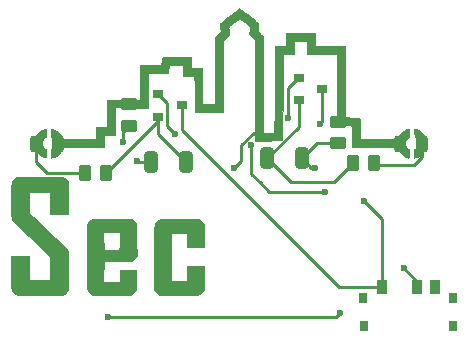
<source format=gbr>
%TF.GenerationSoftware,KiCad,Pcbnew,(5.99.0-9526-g5c17ff0595)*%
%TF.CreationDate,2021-09-22T22:50:54-05:00*%
%TF.ProjectId,SecDSM_Learn,53656344-534d-45f4-9c65-61726e2e6b69,rev?*%
%TF.SameCoordinates,Original*%
%TF.FileFunction,Copper,L1,Top*%
%TF.FilePolarity,Positive*%
%FSLAX46Y46*%
G04 Gerber Fmt 4.6, Leading zero omitted, Abs format (unit mm)*
G04 Created by KiCad (PCBNEW (5.99.0-9526-g5c17ff0595)) date 2021-09-22 22:50:54*
%MOMM*%
%LPD*%
G01*
G04 APERTURE LIST*
G04 Aperture macros list*
%AMRoundRect*
0 Rectangle with rounded corners*
0 $1 Rounding radius*
0 $2 $3 $4 $5 $6 $7 $8 $9 X,Y pos of 4 corners*
0 Add a 4 corners polygon primitive as box body*
4,1,4,$2,$3,$4,$5,$6,$7,$8,$9,$2,$3,0*
0 Add four circle primitives for the rounded corners*
1,1,$1+$1,$2,$3*
1,1,$1+$1,$4,$5*
1,1,$1+$1,$6,$7*
1,1,$1+$1,$8,$9*
0 Add four rect primitives between the rounded corners*
20,1,$1+$1,$2,$3,$4,$5,0*
20,1,$1+$1,$4,$5,$6,$7,0*
20,1,$1+$1,$6,$7,$8,$9,0*
20,1,$1+$1,$8,$9,$2,$3,0*%
G04 Aperture macros list end*
%TA.AperFunction,EtchedComponent*%
%ADD10C,0.010000*%
%TD*%
%TA.AperFunction,SMDPad,CuDef*%
%ADD11R,0.900000X1.250000*%
%TD*%
%TA.AperFunction,SMDPad,CuDef*%
%ADD12R,0.800000X0.900000*%
%TD*%
%TA.AperFunction,SMDPad,CuDef*%
%ADD13RoundRect,0.250000X-0.262500X-0.450000X0.262500X-0.450000X0.262500X0.450000X-0.262500X0.450000X0*%
%TD*%
%TA.AperFunction,SMDPad,CuDef*%
%ADD14RoundRect,0.250000X0.450000X-0.262500X0.450000X0.262500X-0.450000X0.262500X-0.450000X-0.262500X0*%
%TD*%
%TA.AperFunction,SMDPad,CuDef*%
%ADD15RoundRect,0.250000X0.262500X0.450000X-0.262500X0.450000X-0.262500X-0.450000X0.262500X-0.450000X0*%
%TD*%
%TA.AperFunction,SMDPad,CuDef*%
%ADD16R,0.900000X0.800000*%
%TD*%
%TA.AperFunction,SMDPad,CuDef*%
%ADD17RoundRect,0.243750X-0.243750X-0.456250X0.243750X-0.456250X0.243750X0.456250X-0.243750X0.456250X0*%
%TD*%
%TA.AperFunction,SMDPad,CuDef*%
%ADD18RoundRect,0.243750X0.243750X0.456250X-0.243750X0.456250X-0.243750X-0.456250X0.243750X-0.456250X0*%
%TD*%
%TA.AperFunction,SMDPad,CuDef*%
%ADD19RoundRect,0.250000X-0.325000X-0.650000X0.325000X-0.650000X0.325000X0.650000X-0.325000X0.650000X0*%
%TD*%
%TA.AperFunction,SMDPad,CuDef*%
%ADD20RoundRect,0.250000X0.325000X0.650000X-0.325000X0.650000X-0.325000X-0.650000X0.325000X-0.650000X0*%
%TD*%
%TA.AperFunction,ViaPad*%
%ADD21C,0.600000*%
%TD*%
%TA.AperFunction,Conductor*%
%ADD22C,0.250000*%
%TD*%
G04 APERTURE END LIST*
D10*
%TO.C,G\u002A\u002A\u002A*%
X124021219Y-88755586D02*
X124301923Y-88756367D01*
X124301923Y-88756367D02*
X124621184Y-88757408D01*
X124621184Y-88757408D02*
X124749089Y-88757826D01*
X124749089Y-88757826D02*
X126619583Y-88763883D01*
X126619583Y-88763883D02*
X126742814Y-88826323D01*
X126742814Y-88826323D02*
X126872054Y-88907947D01*
X126872054Y-88907947D02*
X126969461Y-89008079D01*
X126969461Y-89008079D02*
X127038241Y-89131873D01*
X127038241Y-89131873D02*
X127081597Y-89284487D01*
X127081597Y-89284487D02*
X127097182Y-89396517D01*
X127097182Y-89396517D02*
X127100755Y-89454615D01*
X127100755Y-89454615D02*
X127104124Y-89550319D01*
X127104124Y-89550319D02*
X127107223Y-89678902D01*
X127107223Y-89678902D02*
X127109985Y-89835638D01*
X127109985Y-89835638D02*
X127112342Y-90015799D01*
X127112342Y-90015799D02*
X127114227Y-90214658D01*
X127114227Y-90214658D02*
X127115572Y-90427488D01*
X127115572Y-90427488D02*
X127116311Y-90649563D01*
X127116311Y-90649563D02*
X127116426Y-90748258D01*
X127116426Y-90748258D02*
X127117000Y-91907133D01*
X127117000Y-91907133D02*
X125593000Y-91907133D01*
X125593000Y-91907133D02*
X125593000Y-90023300D01*
X125593000Y-90023300D02*
X123772666Y-90023300D01*
X123772666Y-90023300D02*
X123775399Y-90621258D01*
X123775399Y-90621258D02*
X123776648Y-90796533D01*
X123776648Y-90796533D02*
X123778730Y-90976218D01*
X123778730Y-90976218D02*
X123781475Y-91150596D01*
X123781475Y-91150596D02*
X123784712Y-91309947D01*
X123784712Y-91309947D02*
X123788272Y-91444551D01*
X123788272Y-91444551D02*
X123791274Y-91528726D01*
X123791274Y-91528726D02*
X123804416Y-91838237D01*
X123804416Y-91838237D02*
X124958000Y-92924026D01*
X124958000Y-92924026D02*
X125241959Y-93191298D01*
X125241959Y-93191298D02*
X125496769Y-93431193D01*
X125496769Y-93431193D02*
X125724092Y-93645362D01*
X125724092Y-93645362D02*
X125925592Y-93835454D01*
X125925592Y-93835454D02*
X126102930Y-94003123D01*
X126102930Y-94003123D02*
X126257771Y-94150017D01*
X126257771Y-94150017D02*
X126391777Y-94277789D01*
X126391777Y-94277789D02*
X126506611Y-94388090D01*
X126506611Y-94388090D02*
X126603937Y-94482571D01*
X126603937Y-94482571D02*
X126685417Y-94562882D01*
X126685417Y-94562882D02*
X126752714Y-94630675D01*
X126752714Y-94630675D02*
X126807492Y-94687601D01*
X126807492Y-94687601D02*
X126851413Y-94735311D01*
X126851413Y-94735311D02*
X126886141Y-94775456D01*
X126886141Y-94775456D02*
X126913339Y-94809687D01*
X126913339Y-94809687D02*
X126934669Y-94839655D01*
X126934669Y-94839655D02*
X126951795Y-94867012D01*
X126951795Y-94867012D02*
X126966379Y-94893408D01*
X126966379Y-94893408D02*
X126980085Y-94920494D01*
X126980085Y-94920494D02*
X126990721Y-94942117D01*
X126990721Y-94942117D02*
X127050321Y-95080786D01*
X127050321Y-95080786D02*
X127085623Y-95210212D01*
X127085623Y-95210212D02*
X127095509Y-95272633D01*
X127095509Y-95272633D02*
X127099061Y-95321605D01*
X127099061Y-95321605D02*
X127102434Y-95408805D01*
X127102434Y-95408805D02*
X127105572Y-95530127D01*
X127105572Y-95530127D02*
X127108418Y-95681466D01*
X127108418Y-95681466D02*
X127110917Y-95858716D01*
X127110917Y-95858716D02*
X127113012Y-96057772D01*
X127113012Y-96057772D02*
X127114647Y-96274527D01*
X127114647Y-96274527D02*
X127115766Y-96504878D01*
X127115766Y-96504878D02*
X127116311Y-96744718D01*
X127116311Y-96744718D02*
X127116346Y-96792009D01*
X127116346Y-96792009D02*
X127116441Y-97065859D01*
X127116441Y-97065859D02*
X127116379Y-97300728D01*
X127116379Y-97300728D02*
X127116062Y-97499971D01*
X127116062Y-97499971D02*
X127115392Y-97666941D01*
X127115392Y-97666941D02*
X127114272Y-97804989D01*
X127114272Y-97804989D02*
X127112603Y-97917471D01*
X127112603Y-97917471D02*
X127110288Y-98007738D01*
X127110288Y-98007738D02*
X127107230Y-98079145D01*
X127107230Y-98079145D02*
X127103330Y-98135043D01*
X127103330Y-98135043D02*
X127098491Y-98178788D01*
X127098491Y-98178788D02*
X127092615Y-98213731D01*
X127092615Y-98213731D02*
X127085604Y-98243226D01*
X127085604Y-98243226D02*
X127077362Y-98270627D01*
X127077362Y-98270627D02*
X127072858Y-98284259D01*
X127072858Y-98284259D02*
X127010690Y-98430571D01*
X127010690Y-98430571D02*
X126929883Y-98544907D01*
X126929883Y-98544907D02*
X126822704Y-98636195D01*
X126822704Y-98636195D02*
X126714833Y-98697628D01*
X126714833Y-98697628D02*
X126598416Y-98754550D01*
X126598416Y-98754550D02*
X124746333Y-98757855D01*
X124746333Y-98757855D02*
X124467940Y-98758150D01*
X124467940Y-98758150D02*
X124200247Y-98758042D01*
X124200247Y-98758042D02*
X123946478Y-98757556D01*
X123946478Y-98757556D02*
X123709858Y-98756715D01*
X123709858Y-98756715D02*
X123493609Y-98755543D01*
X123493609Y-98755543D02*
X123300957Y-98754064D01*
X123300957Y-98754064D02*
X123135127Y-98752302D01*
X123135127Y-98752302D02*
X122999341Y-98750282D01*
X122999341Y-98750282D02*
X122896825Y-98748027D01*
X122896825Y-98748027D02*
X122830802Y-98745561D01*
X122830802Y-98745561D02*
X122806275Y-98743422D01*
X122806275Y-98743422D02*
X122650018Y-98692151D01*
X122650018Y-98692151D02*
X122518751Y-98607702D01*
X122518751Y-98607702D02*
X122414489Y-98492453D01*
X122414489Y-98492453D02*
X122339247Y-98348783D01*
X122339247Y-98348783D02*
X122295042Y-98179070D01*
X122295042Y-98179070D02*
X122289095Y-98133033D01*
X122289095Y-98133033D02*
X122285972Y-98082331D01*
X122285972Y-98082331D02*
X122282995Y-97993636D01*
X122282995Y-97993636D02*
X122280221Y-97871291D01*
X122280221Y-97871291D02*
X122277706Y-97719636D01*
X122277706Y-97719636D02*
X122275504Y-97543013D01*
X122275504Y-97543013D02*
X122273671Y-97345762D01*
X122273671Y-97345762D02*
X122272263Y-97132226D01*
X122272263Y-97132226D02*
X122271336Y-96906745D01*
X122271336Y-96906745D02*
X122270974Y-96717258D01*
X122270974Y-96717258D02*
X122269833Y-95463133D01*
X122269833Y-95463133D02*
X123772666Y-95463133D01*
X123772666Y-95463133D02*
X123772666Y-97495133D01*
X123772666Y-97495133D02*
X125593000Y-97495133D01*
X125593000Y-97495133D02*
X125592589Y-96516175D01*
X125592589Y-96516175D02*
X125592179Y-95537216D01*
X125592179Y-95537216D02*
X124372645Y-94383633D01*
X124372645Y-94383633D02*
X124088767Y-94115131D01*
X124088767Y-94115131D02*
X123833941Y-93874068D01*
X123833941Y-93874068D02*
X123606518Y-93658741D01*
X123606518Y-93658741D02*
X123404844Y-93467446D01*
X123404844Y-93467446D02*
X123227267Y-93298480D01*
X123227267Y-93298480D02*
X123072135Y-93150139D01*
X123072135Y-93150139D02*
X122937797Y-93020720D01*
X122937797Y-93020720D02*
X122822600Y-92908519D01*
X122822600Y-92908519D02*
X122724891Y-92811834D01*
X122724891Y-92811834D02*
X122643020Y-92728960D01*
X122643020Y-92728960D02*
X122575334Y-92658195D01*
X122575334Y-92658195D02*
X122520180Y-92597834D01*
X122520180Y-92597834D02*
X122475907Y-92546175D01*
X122475907Y-92546175D02*
X122440863Y-92501514D01*
X122440863Y-92501514D02*
X122413396Y-92462147D01*
X122413396Y-92462147D02*
X122391853Y-92426372D01*
X122391853Y-92426372D02*
X122374582Y-92392485D01*
X122374582Y-92392485D02*
X122359932Y-92358782D01*
X122359932Y-92358782D02*
X122346250Y-92323560D01*
X122346250Y-92323560D02*
X122331885Y-92285116D01*
X122331885Y-92285116D02*
X122328393Y-92275858D01*
X122328393Y-92275858D02*
X122319040Y-92250663D01*
X122319040Y-92250663D02*
X122311004Y-92225943D01*
X122311004Y-92225943D02*
X122304183Y-92198450D01*
X122304183Y-92198450D02*
X122298478Y-92164931D01*
X122298478Y-92164931D02*
X122293788Y-92122139D01*
X122293788Y-92122139D02*
X122290013Y-92066822D01*
X122290013Y-92066822D02*
X122287052Y-91995731D01*
X122287052Y-91995731D02*
X122284805Y-91905615D01*
X122284805Y-91905615D02*
X122283170Y-91793226D01*
X122283170Y-91793226D02*
X122282049Y-91655312D01*
X122282049Y-91655312D02*
X122281339Y-91488625D01*
X122281339Y-91488625D02*
X122280941Y-91289913D01*
X122280941Y-91289913D02*
X122280755Y-91055927D01*
X122280755Y-91055927D02*
X122280679Y-90783418D01*
X122280679Y-90783418D02*
X122280670Y-90732383D01*
X122280670Y-90732383D02*
X122280827Y-90429266D01*
X122280827Y-90429266D02*
X122281439Y-90166176D01*
X122281439Y-90166176D02*
X122282547Y-89940810D01*
X122282547Y-89940810D02*
X122284189Y-89750863D01*
X122284189Y-89750863D02*
X122286404Y-89594031D01*
X122286404Y-89594031D02*
X122289233Y-89468009D01*
X122289233Y-89468009D02*
X122292715Y-89370495D01*
X122292715Y-89370495D02*
X122296888Y-89299184D01*
X122296888Y-89299184D02*
X122301792Y-89251772D01*
X122301792Y-89251772D02*
X122306353Y-89229224D01*
X122306353Y-89229224D02*
X122361511Y-89101745D01*
X122361511Y-89101745D02*
X122441797Y-88985819D01*
X122441797Y-88985819D02*
X122537230Y-88895186D01*
X122537230Y-88895186D02*
X122560589Y-88879163D01*
X122560589Y-88879163D02*
X122594153Y-88857677D01*
X122594153Y-88857677D02*
X122624872Y-88838747D01*
X122624872Y-88838747D02*
X122655507Y-88822219D01*
X122655507Y-88822219D02*
X122688819Y-88807941D01*
X122688819Y-88807941D02*
X122727566Y-88795759D01*
X122727566Y-88795759D02*
X122774509Y-88785521D01*
X122774509Y-88785521D02*
X122832408Y-88777073D01*
X122832408Y-88777073D02*
X122904023Y-88770263D01*
X122904023Y-88770263D02*
X122992114Y-88764937D01*
X122992114Y-88764937D02*
X123099441Y-88760943D01*
X123099441Y-88760943D02*
X123228764Y-88758127D01*
X123228764Y-88758127D02*
X123382843Y-88756336D01*
X123382843Y-88756336D02*
X123564439Y-88755418D01*
X123564439Y-88755418D02*
X123776311Y-88755219D01*
X123776311Y-88755219D02*
X124021219Y-88755586D01*
X124021219Y-88755586D02*
X124021219Y-88755586D01*
G36*
X124021219Y-88755586D02*
G01*
X124301923Y-88756367D01*
X124621184Y-88757408D01*
X124749089Y-88757826D01*
X126619583Y-88763883D01*
X126742814Y-88826323D01*
X126872054Y-88907947D01*
X126969461Y-89008079D01*
X127038241Y-89131873D01*
X127081597Y-89284487D01*
X127097182Y-89396517D01*
X127100755Y-89454615D01*
X127104124Y-89550319D01*
X127107223Y-89678902D01*
X127109985Y-89835638D01*
X127112342Y-90015799D01*
X127114227Y-90214658D01*
X127115572Y-90427488D01*
X127116311Y-90649563D01*
X127116426Y-90748258D01*
X127117000Y-91907133D01*
X125593000Y-91907133D01*
X125593000Y-90023300D01*
X123772666Y-90023300D01*
X123775399Y-90621258D01*
X123776648Y-90796533D01*
X123778730Y-90976218D01*
X123781475Y-91150596D01*
X123784712Y-91309947D01*
X123788272Y-91444551D01*
X123791274Y-91528726D01*
X123804416Y-91838237D01*
X124958000Y-92924026D01*
X125241959Y-93191298D01*
X125496769Y-93431193D01*
X125724092Y-93645362D01*
X125925592Y-93835454D01*
X126102930Y-94003123D01*
X126257771Y-94150017D01*
X126391777Y-94277789D01*
X126506611Y-94388090D01*
X126603937Y-94482571D01*
X126685417Y-94562882D01*
X126752714Y-94630675D01*
X126807492Y-94687601D01*
X126851413Y-94735311D01*
X126886141Y-94775456D01*
X126913339Y-94809687D01*
X126934669Y-94839655D01*
X126951795Y-94867012D01*
X126966379Y-94893408D01*
X126980085Y-94920494D01*
X126990721Y-94942117D01*
X127050321Y-95080786D01*
X127085623Y-95210212D01*
X127095509Y-95272633D01*
X127099061Y-95321605D01*
X127102434Y-95408805D01*
X127105572Y-95530127D01*
X127108418Y-95681466D01*
X127110917Y-95858716D01*
X127113012Y-96057772D01*
X127114647Y-96274527D01*
X127115766Y-96504878D01*
X127116311Y-96744718D01*
X127116346Y-96792009D01*
X127116441Y-97065859D01*
X127116379Y-97300728D01*
X127116062Y-97499971D01*
X127115392Y-97666941D01*
X127114272Y-97804989D01*
X127112603Y-97917471D01*
X127110288Y-98007738D01*
X127107230Y-98079145D01*
X127103330Y-98135043D01*
X127098491Y-98178788D01*
X127092615Y-98213731D01*
X127085604Y-98243226D01*
X127077362Y-98270627D01*
X127072858Y-98284259D01*
X127010690Y-98430571D01*
X126929883Y-98544907D01*
X126822704Y-98636195D01*
X126714833Y-98697628D01*
X126598416Y-98754550D01*
X124746333Y-98757855D01*
X124467940Y-98758150D01*
X124200247Y-98758042D01*
X123946478Y-98757556D01*
X123709858Y-98756715D01*
X123493609Y-98755543D01*
X123300957Y-98754064D01*
X123135127Y-98752302D01*
X122999341Y-98750282D01*
X122896825Y-98748027D01*
X122830802Y-98745561D01*
X122806275Y-98743422D01*
X122650018Y-98692151D01*
X122518751Y-98607702D01*
X122414489Y-98492453D01*
X122339247Y-98348783D01*
X122295042Y-98179070D01*
X122289095Y-98133033D01*
X122285972Y-98082331D01*
X122282995Y-97993636D01*
X122280221Y-97871291D01*
X122277706Y-97719636D01*
X122275504Y-97543013D01*
X122273671Y-97345762D01*
X122272263Y-97132226D01*
X122271336Y-96906745D01*
X122270974Y-96717258D01*
X122269833Y-95463133D01*
X123772666Y-95463133D01*
X123772666Y-97495133D01*
X125593000Y-97495133D01*
X125592589Y-96516175D01*
X125592179Y-95537216D01*
X124372645Y-94383633D01*
X124088767Y-94115131D01*
X123833941Y-93874068D01*
X123606518Y-93658741D01*
X123404844Y-93467446D01*
X123227267Y-93298480D01*
X123072135Y-93150139D01*
X122937797Y-93020720D01*
X122822600Y-92908519D01*
X122724891Y-92811834D01*
X122643020Y-92728960D01*
X122575334Y-92658195D01*
X122520180Y-92597834D01*
X122475907Y-92546175D01*
X122440863Y-92501514D01*
X122413396Y-92462147D01*
X122391853Y-92426372D01*
X122374582Y-92392485D01*
X122359932Y-92358782D01*
X122346250Y-92323560D01*
X122331885Y-92285116D01*
X122328393Y-92275858D01*
X122319040Y-92250663D01*
X122311004Y-92225943D01*
X122304183Y-92198450D01*
X122298478Y-92164931D01*
X122293788Y-92122139D01*
X122290013Y-92066822D01*
X122287052Y-91995731D01*
X122284805Y-91905615D01*
X122283170Y-91793226D01*
X122282049Y-91655312D01*
X122281339Y-91488625D01*
X122280941Y-91289913D01*
X122280755Y-91055927D01*
X122280679Y-90783418D01*
X122280670Y-90732383D01*
X122280827Y-90429266D01*
X122281439Y-90166176D01*
X122282547Y-89940810D01*
X122284189Y-89750863D01*
X122286404Y-89594031D01*
X122289233Y-89468009D01*
X122292715Y-89370495D01*
X122296888Y-89299184D01*
X122301792Y-89251772D01*
X122306353Y-89229224D01*
X122361511Y-89101745D01*
X122441797Y-88985819D01*
X122537230Y-88895186D01*
X122560589Y-88879163D01*
X122594153Y-88857677D01*
X122624872Y-88838747D01*
X122655507Y-88822219D01*
X122688819Y-88807941D01*
X122727566Y-88795759D01*
X122774509Y-88785521D01*
X122832408Y-88777073D01*
X122904023Y-88770263D01*
X122992114Y-88764937D01*
X123099441Y-88760943D01*
X123228764Y-88758127D01*
X123382843Y-88756336D01*
X123564439Y-88755418D01*
X123776311Y-88755219D01*
X124021219Y-88755586D01*
G37*
X124021219Y-88755586D02*
X124301923Y-88756367D01*
X124621184Y-88757408D01*
X124749089Y-88757826D01*
X126619583Y-88763883D01*
X126742814Y-88826323D01*
X126872054Y-88907947D01*
X126969461Y-89008079D01*
X127038241Y-89131873D01*
X127081597Y-89284487D01*
X127097182Y-89396517D01*
X127100755Y-89454615D01*
X127104124Y-89550319D01*
X127107223Y-89678902D01*
X127109985Y-89835638D01*
X127112342Y-90015799D01*
X127114227Y-90214658D01*
X127115572Y-90427488D01*
X127116311Y-90649563D01*
X127116426Y-90748258D01*
X127117000Y-91907133D01*
X125593000Y-91907133D01*
X125593000Y-90023300D01*
X123772666Y-90023300D01*
X123775399Y-90621258D01*
X123776648Y-90796533D01*
X123778730Y-90976218D01*
X123781475Y-91150596D01*
X123784712Y-91309947D01*
X123788272Y-91444551D01*
X123791274Y-91528726D01*
X123804416Y-91838237D01*
X124958000Y-92924026D01*
X125241959Y-93191298D01*
X125496769Y-93431193D01*
X125724092Y-93645362D01*
X125925592Y-93835454D01*
X126102930Y-94003123D01*
X126257771Y-94150017D01*
X126391777Y-94277789D01*
X126506611Y-94388090D01*
X126603937Y-94482571D01*
X126685417Y-94562882D01*
X126752714Y-94630675D01*
X126807492Y-94687601D01*
X126851413Y-94735311D01*
X126886141Y-94775456D01*
X126913339Y-94809687D01*
X126934669Y-94839655D01*
X126951795Y-94867012D01*
X126966379Y-94893408D01*
X126980085Y-94920494D01*
X126990721Y-94942117D01*
X127050321Y-95080786D01*
X127085623Y-95210212D01*
X127095509Y-95272633D01*
X127099061Y-95321605D01*
X127102434Y-95408805D01*
X127105572Y-95530127D01*
X127108418Y-95681466D01*
X127110917Y-95858716D01*
X127113012Y-96057772D01*
X127114647Y-96274527D01*
X127115766Y-96504878D01*
X127116311Y-96744718D01*
X127116346Y-96792009D01*
X127116441Y-97065859D01*
X127116379Y-97300728D01*
X127116062Y-97499971D01*
X127115392Y-97666941D01*
X127114272Y-97804989D01*
X127112603Y-97917471D01*
X127110288Y-98007738D01*
X127107230Y-98079145D01*
X127103330Y-98135043D01*
X127098491Y-98178788D01*
X127092615Y-98213731D01*
X127085604Y-98243226D01*
X127077362Y-98270627D01*
X127072858Y-98284259D01*
X127010690Y-98430571D01*
X126929883Y-98544907D01*
X126822704Y-98636195D01*
X126714833Y-98697628D01*
X126598416Y-98754550D01*
X124746333Y-98757855D01*
X124467940Y-98758150D01*
X124200247Y-98758042D01*
X123946478Y-98757556D01*
X123709858Y-98756715D01*
X123493609Y-98755543D01*
X123300957Y-98754064D01*
X123135127Y-98752302D01*
X122999341Y-98750282D01*
X122896825Y-98748027D01*
X122830802Y-98745561D01*
X122806275Y-98743422D01*
X122650018Y-98692151D01*
X122518751Y-98607702D01*
X122414489Y-98492453D01*
X122339247Y-98348783D01*
X122295042Y-98179070D01*
X122289095Y-98133033D01*
X122285972Y-98082331D01*
X122282995Y-97993636D01*
X122280221Y-97871291D01*
X122277706Y-97719636D01*
X122275504Y-97543013D01*
X122273671Y-97345762D01*
X122272263Y-97132226D01*
X122271336Y-96906745D01*
X122270974Y-96717258D01*
X122269833Y-95463133D01*
X123772666Y-95463133D01*
X123772666Y-97495133D01*
X125593000Y-97495133D01*
X125592589Y-96516175D01*
X125592179Y-95537216D01*
X124372645Y-94383633D01*
X124088767Y-94115131D01*
X123833941Y-93874068D01*
X123606518Y-93658741D01*
X123404844Y-93467446D01*
X123227267Y-93298480D01*
X123072135Y-93150139D01*
X122937797Y-93020720D01*
X122822600Y-92908519D01*
X122724891Y-92811834D01*
X122643020Y-92728960D01*
X122575334Y-92658195D01*
X122520180Y-92597834D01*
X122475907Y-92546175D01*
X122440863Y-92501514D01*
X122413396Y-92462147D01*
X122391853Y-92426372D01*
X122374582Y-92392485D01*
X122359932Y-92358782D01*
X122346250Y-92323560D01*
X122331885Y-92285116D01*
X122328393Y-92275858D01*
X122319040Y-92250663D01*
X122311004Y-92225943D01*
X122304183Y-92198450D01*
X122298478Y-92164931D01*
X122293788Y-92122139D01*
X122290013Y-92066822D01*
X122287052Y-91995731D01*
X122284805Y-91905615D01*
X122283170Y-91793226D01*
X122282049Y-91655312D01*
X122281339Y-91488625D01*
X122280941Y-91289913D01*
X122280755Y-91055927D01*
X122280679Y-90783418D01*
X122280670Y-90732383D01*
X122280827Y-90429266D01*
X122281439Y-90166176D01*
X122282547Y-89940810D01*
X122284189Y-89750863D01*
X122286404Y-89594031D01*
X122289233Y-89468009D01*
X122292715Y-89370495D01*
X122296888Y-89299184D01*
X122301792Y-89251772D01*
X122306353Y-89229224D01*
X122361511Y-89101745D01*
X122441797Y-88985819D01*
X122537230Y-88895186D01*
X122560589Y-88879163D01*
X122594153Y-88857677D01*
X122624872Y-88838747D01*
X122655507Y-88822219D01*
X122688819Y-88807941D01*
X122727566Y-88795759D01*
X122774509Y-88785521D01*
X122832408Y-88777073D01*
X122904023Y-88770263D01*
X122992114Y-88764937D01*
X123099441Y-88760943D01*
X123228764Y-88758127D01*
X123382843Y-88756336D01*
X123564439Y-88755418D01*
X123776311Y-88755219D01*
X124021219Y-88755586D01*
X131727835Y-92311243D02*
X131892695Y-92312188D01*
X131892695Y-92312188D02*
X132030461Y-92314181D01*
X132030461Y-92314181D02*
X132144181Y-92317427D01*
X132144181Y-92317427D02*
X132236903Y-92322133D01*
X132236903Y-92322133D02*
X132311675Y-92328502D01*
X132311675Y-92328502D02*
X132371544Y-92336740D01*
X132371544Y-92336740D02*
X132419560Y-92347052D01*
X132419560Y-92347052D02*
X132458769Y-92359643D01*
X132458769Y-92359643D02*
X132492219Y-92374718D01*
X132492219Y-92374718D02*
X132522958Y-92392484D01*
X132522958Y-92392484D02*
X132554035Y-92413143D01*
X132554035Y-92413143D02*
X132588497Y-92436903D01*
X132588497Y-92436903D02*
X132591092Y-92438671D01*
X132591092Y-92438671D02*
X132675314Y-92514457D01*
X132675314Y-92514457D02*
X132752157Y-92616509D01*
X132752157Y-92616509D02*
X132810658Y-92728913D01*
X132810658Y-92728913D02*
X132830022Y-92785550D01*
X132830022Y-92785550D02*
X132835439Y-92826590D01*
X132835439Y-92826590D02*
X132840719Y-92908396D01*
X132840719Y-92908396D02*
X132845820Y-93029397D01*
X132845820Y-93029397D02*
X132850699Y-93188025D01*
X132850699Y-93188025D02*
X132855315Y-93382711D01*
X132855315Y-93382711D02*
X132859625Y-93611887D01*
X132859625Y-93611887D02*
X132863587Y-93873984D01*
X132863587Y-93873984D02*
X132867160Y-94167433D01*
X132867160Y-94167433D02*
X132867167Y-94168088D01*
X132867167Y-94168088D02*
X132881306Y-95465960D01*
X132881306Y-95465960D02*
X132671841Y-95676213D01*
X132671841Y-95676213D02*
X132462377Y-95886466D01*
X132462377Y-95886466D02*
X130107038Y-95886466D01*
X130107038Y-95886466D02*
X130093919Y-95965841D01*
X130093919Y-95965841D02*
X130090976Y-96004454D01*
X130090976Y-96004454D02*
X130088252Y-96080241D01*
X130088252Y-96080241D02*
X130085823Y-96188044D01*
X130085823Y-96188044D02*
X130083764Y-96322706D01*
X130083764Y-96322706D02*
X130082154Y-96479067D01*
X130082154Y-96479067D02*
X130081068Y-96651970D01*
X130081068Y-96651970D02*
X130080582Y-96836255D01*
X130080582Y-96836255D02*
X130080566Y-96865425D01*
X130080566Y-96865425D02*
X130080333Y-97685633D01*
X130080333Y-97685633D02*
X131456166Y-97685633D01*
X131456166Y-97685633D02*
X131456166Y-96606133D01*
X131456166Y-96606133D02*
X132874333Y-96606133D01*
X132874333Y-96606133D02*
X132872703Y-97066508D01*
X132872703Y-97066508D02*
X132871350Y-97234875D01*
X132871350Y-97234875D02*
X132868593Y-97419582D01*
X132868593Y-97419582D02*
X132864740Y-97605565D01*
X132864740Y-97605565D02*
X132860099Y-97777761D01*
X132860099Y-97777761D02*
X132855527Y-97907883D01*
X132855527Y-97907883D02*
X132849514Y-98045914D01*
X132849514Y-98045914D02*
X132843630Y-98149202D01*
X132843630Y-98149202D02*
X132836776Y-98225320D01*
X132836776Y-98225320D02*
X132827855Y-98281840D01*
X132827855Y-98281840D02*
X132815769Y-98326334D01*
X132815769Y-98326334D02*
X132799418Y-98366375D01*
X132799418Y-98366375D02*
X132784718Y-98396059D01*
X132784718Y-98396059D02*
X132699566Y-98520286D01*
X132699566Y-98520286D02*
X132584591Y-98628667D01*
X132584591Y-98628667D02*
X132454591Y-98708406D01*
X132454591Y-98708406D02*
X132435259Y-98717172D01*
X132435259Y-98717172D02*
X132415444Y-98724759D01*
X132415444Y-98724759D02*
X132392089Y-98731258D01*
X132392089Y-98731258D02*
X132362138Y-98736761D01*
X132362138Y-98736761D02*
X132322535Y-98741363D01*
X132322535Y-98741363D02*
X132270223Y-98745155D01*
X132270223Y-98745155D02*
X132202145Y-98748230D01*
X132202145Y-98748230D02*
X132115246Y-98750680D01*
X132115246Y-98750680D02*
X132006469Y-98752599D01*
X132006469Y-98752599D02*
X131872757Y-98754078D01*
X131872757Y-98754078D02*
X131711055Y-98755211D01*
X131711055Y-98755211D02*
X131518306Y-98756090D01*
X131518306Y-98756090D02*
X131291454Y-98756808D01*
X131291454Y-98756808D02*
X131027442Y-98757457D01*
X131027442Y-98757457D02*
X130821166Y-98757916D01*
X130821166Y-98757916D02*
X130567582Y-98758217D01*
X130567582Y-98758217D02*
X130324555Y-98758014D01*
X130324555Y-98758014D02*
X130095687Y-98757339D01*
X130095687Y-98757339D02*
X129884576Y-98756226D01*
X129884576Y-98756226D02*
X129694822Y-98754709D01*
X129694822Y-98754709D02*
X129530025Y-98752821D01*
X129530025Y-98752821D02*
X129393784Y-98750596D01*
X129393784Y-98750596D02*
X129289700Y-98748067D01*
X129289700Y-98748067D02*
X129221372Y-98745267D01*
X129221372Y-98745267D02*
X129194439Y-98742771D01*
X129194439Y-98742771D02*
X129054058Y-98693980D01*
X129054058Y-98693980D02*
X128925586Y-98609832D01*
X128925586Y-98609832D02*
X128817379Y-98497155D01*
X128817379Y-98497155D02*
X128742625Y-98373550D01*
X128742625Y-98373550D02*
X128693916Y-98267716D01*
X128693916Y-98267716D02*
X128688305Y-95580772D01*
X128688305Y-95580772D02*
X128687434Y-95179176D01*
X128687434Y-95179176D02*
X128686648Y-94817665D01*
X128686648Y-94817665D02*
X128686042Y-94493991D01*
X128686042Y-94493991D02*
X128685711Y-94205903D01*
X128685711Y-94205903D02*
X128685750Y-93951154D01*
X128685750Y-93951154D02*
X128686254Y-93727496D01*
X128686254Y-93727496D02*
X128687318Y-93532678D01*
X128687318Y-93532678D02*
X128688789Y-93388800D01*
X128688789Y-93388800D02*
X130080333Y-93388800D01*
X130080333Y-93388800D02*
X130080333Y-94117318D01*
X130080333Y-94117318D02*
X130080696Y-94289946D01*
X130080696Y-94289946D02*
X130081726Y-94449904D01*
X130081726Y-94449904D02*
X130083338Y-94592062D01*
X130083338Y-94592062D02*
X130085444Y-94711289D01*
X130085444Y-94711289D02*
X130087959Y-94802455D01*
X130087959Y-94802455D02*
X130090796Y-94860428D01*
X130090796Y-94860428D02*
X130093181Y-94879318D01*
X130093181Y-94879318D02*
X130100780Y-94888764D01*
X130100780Y-94888764D02*
X130118421Y-94896275D01*
X130118421Y-94896275D02*
X130150434Y-94902066D01*
X130150434Y-94902066D02*
X130201154Y-94906353D01*
X130201154Y-94906353D02*
X130274913Y-94909351D01*
X130274913Y-94909351D02*
X130376044Y-94911275D01*
X130376044Y-94911275D02*
X130508878Y-94912340D01*
X130508878Y-94912340D02*
X130677750Y-94912762D01*
X130677750Y-94912762D02*
X130767261Y-94912800D01*
X130767261Y-94912800D02*
X131428494Y-94912800D01*
X131428494Y-94912800D02*
X131442330Y-94655476D01*
X131442330Y-94655476D02*
X131446426Y-94556585D01*
X131446426Y-94556585D02*
X131450041Y-94425857D01*
X131450041Y-94425857D02*
X131452983Y-94273784D01*
X131452983Y-94273784D02*
X131455064Y-94110863D01*
X131455064Y-94110863D02*
X131456091Y-93947586D01*
X131456091Y-93947586D02*
X131456166Y-93893476D01*
X131456166Y-93893476D02*
X131456166Y-93388800D01*
X131456166Y-93388800D02*
X130080333Y-93388800D01*
X130080333Y-93388800D02*
X128688789Y-93388800D01*
X128688789Y-93388800D02*
X128689038Y-93364454D01*
X128689038Y-93364454D02*
X128691508Y-93220574D01*
X128691508Y-93220574D02*
X128694823Y-93098789D01*
X128694823Y-93098789D02*
X128699078Y-92996851D01*
X128699078Y-92996851D02*
X128704369Y-92912511D01*
X128704369Y-92912511D02*
X128710790Y-92843521D01*
X128710790Y-92843521D02*
X128718436Y-92787631D01*
X128718436Y-92787631D02*
X128727403Y-92742594D01*
X128727403Y-92742594D02*
X128737786Y-92706160D01*
X128737786Y-92706160D02*
X128749678Y-92676082D01*
X128749678Y-92676082D02*
X128763177Y-92650109D01*
X128763177Y-92650109D02*
X128778376Y-92625995D01*
X128778376Y-92625995D02*
X128795371Y-92601489D01*
X128795371Y-92601489D02*
X128814256Y-92574344D01*
X128814256Y-92574344D02*
X128815440Y-92572598D01*
X128815440Y-92572598D02*
X128883819Y-92491577D01*
X128883819Y-92491577D02*
X128974800Y-92422802D01*
X128974800Y-92422802D02*
X129022000Y-92395305D01*
X129022000Y-92395305D02*
X129159583Y-92319883D01*
X129159583Y-92319883D02*
X130736500Y-92313843D01*
X130736500Y-92313843D02*
X131040214Y-92312646D01*
X131040214Y-92312646D02*
X131304642Y-92311677D01*
X131304642Y-92311677D02*
X131532834Y-92311141D01*
X131532834Y-92311141D02*
X131727835Y-92311243D01*
X131727835Y-92311243D02*
X131727835Y-92311243D01*
G36*
X131727835Y-92311243D02*
G01*
X131892695Y-92312188D01*
X132030461Y-92314181D01*
X132144181Y-92317427D01*
X132236903Y-92322133D01*
X132311675Y-92328502D01*
X132371544Y-92336740D01*
X132419560Y-92347052D01*
X132458769Y-92359643D01*
X132492219Y-92374718D01*
X132522958Y-92392484D01*
X132554035Y-92413143D01*
X132588497Y-92436903D01*
X132591092Y-92438671D01*
X132675314Y-92514457D01*
X132752157Y-92616509D01*
X132810658Y-92728913D01*
X132830022Y-92785550D01*
X132835439Y-92826590D01*
X132840719Y-92908396D01*
X132845820Y-93029397D01*
X132850699Y-93188025D01*
X132855315Y-93382711D01*
X132859625Y-93611887D01*
X132863587Y-93873984D01*
X132867160Y-94167433D01*
X132867167Y-94168088D01*
X132881306Y-95465960D01*
X132671841Y-95676213D01*
X132462377Y-95886466D01*
X130107038Y-95886466D01*
X130093919Y-95965841D01*
X130090976Y-96004454D01*
X130088252Y-96080241D01*
X130085823Y-96188044D01*
X130083764Y-96322706D01*
X130082154Y-96479067D01*
X130081068Y-96651970D01*
X130080582Y-96836255D01*
X130080566Y-96865425D01*
X130080333Y-97685633D01*
X131456166Y-97685633D01*
X131456166Y-96606133D01*
X132874333Y-96606133D01*
X132872703Y-97066508D01*
X132871350Y-97234875D01*
X132868593Y-97419582D01*
X132864740Y-97605565D01*
X132860099Y-97777761D01*
X132855527Y-97907883D01*
X132849514Y-98045914D01*
X132843630Y-98149202D01*
X132836776Y-98225320D01*
X132827855Y-98281840D01*
X132815769Y-98326334D01*
X132799418Y-98366375D01*
X132784718Y-98396059D01*
X132699566Y-98520286D01*
X132584591Y-98628667D01*
X132454591Y-98708406D01*
X132435259Y-98717172D01*
X132415444Y-98724759D01*
X132392089Y-98731258D01*
X132362138Y-98736761D01*
X132322535Y-98741363D01*
X132270223Y-98745155D01*
X132202145Y-98748230D01*
X132115246Y-98750680D01*
X132006469Y-98752599D01*
X131872757Y-98754078D01*
X131711055Y-98755211D01*
X131518306Y-98756090D01*
X131291454Y-98756808D01*
X131027442Y-98757457D01*
X130821166Y-98757916D01*
X130567582Y-98758217D01*
X130324555Y-98758014D01*
X130095687Y-98757339D01*
X129884576Y-98756226D01*
X129694822Y-98754709D01*
X129530025Y-98752821D01*
X129393784Y-98750596D01*
X129289700Y-98748067D01*
X129221372Y-98745267D01*
X129194439Y-98742771D01*
X129054058Y-98693980D01*
X128925586Y-98609832D01*
X128817379Y-98497155D01*
X128742625Y-98373550D01*
X128693916Y-98267716D01*
X128688305Y-95580772D01*
X128687434Y-95179176D01*
X128686648Y-94817665D01*
X128686042Y-94493991D01*
X128685711Y-94205903D01*
X128685750Y-93951154D01*
X128686254Y-93727496D01*
X128687318Y-93532678D01*
X128688789Y-93388800D01*
X130080333Y-93388800D01*
X130080333Y-94117318D01*
X130080696Y-94289946D01*
X130081726Y-94449904D01*
X130083338Y-94592062D01*
X130085444Y-94711289D01*
X130087959Y-94802455D01*
X130090796Y-94860428D01*
X130093181Y-94879318D01*
X130100780Y-94888764D01*
X130118421Y-94896275D01*
X130150434Y-94902066D01*
X130201154Y-94906353D01*
X130274913Y-94909351D01*
X130376044Y-94911275D01*
X130508878Y-94912340D01*
X130677750Y-94912762D01*
X130767261Y-94912800D01*
X131428494Y-94912800D01*
X131442330Y-94655476D01*
X131446426Y-94556585D01*
X131450041Y-94425857D01*
X131452983Y-94273784D01*
X131455064Y-94110863D01*
X131456091Y-93947586D01*
X131456166Y-93893476D01*
X131456166Y-93388800D01*
X130080333Y-93388800D01*
X128688789Y-93388800D01*
X128689038Y-93364454D01*
X128691508Y-93220574D01*
X128694823Y-93098789D01*
X128699078Y-92996851D01*
X128704369Y-92912511D01*
X128710790Y-92843521D01*
X128718436Y-92787631D01*
X128727403Y-92742594D01*
X128737786Y-92706160D01*
X128749678Y-92676082D01*
X128763177Y-92650109D01*
X128778376Y-92625995D01*
X128795371Y-92601489D01*
X128814256Y-92574344D01*
X128815440Y-92572598D01*
X128883819Y-92491577D01*
X128974800Y-92422802D01*
X129022000Y-92395305D01*
X129159583Y-92319883D01*
X130736500Y-92313843D01*
X131040214Y-92312646D01*
X131304642Y-92311677D01*
X131532834Y-92311141D01*
X131727835Y-92311243D01*
G37*
X131727835Y-92311243D02*
X131892695Y-92312188D01*
X132030461Y-92314181D01*
X132144181Y-92317427D01*
X132236903Y-92322133D01*
X132311675Y-92328502D01*
X132371544Y-92336740D01*
X132419560Y-92347052D01*
X132458769Y-92359643D01*
X132492219Y-92374718D01*
X132522958Y-92392484D01*
X132554035Y-92413143D01*
X132588497Y-92436903D01*
X132591092Y-92438671D01*
X132675314Y-92514457D01*
X132752157Y-92616509D01*
X132810658Y-92728913D01*
X132830022Y-92785550D01*
X132835439Y-92826590D01*
X132840719Y-92908396D01*
X132845820Y-93029397D01*
X132850699Y-93188025D01*
X132855315Y-93382711D01*
X132859625Y-93611887D01*
X132863587Y-93873984D01*
X132867160Y-94167433D01*
X132867167Y-94168088D01*
X132881306Y-95465960D01*
X132671841Y-95676213D01*
X132462377Y-95886466D01*
X130107038Y-95886466D01*
X130093919Y-95965841D01*
X130090976Y-96004454D01*
X130088252Y-96080241D01*
X130085823Y-96188044D01*
X130083764Y-96322706D01*
X130082154Y-96479067D01*
X130081068Y-96651970D01*
X130080582Y-96836255D01*
X130080566Y-96865425D01*
X130080333Y-97685633D01*
X131456166Y-97685633D01*
X131456166Y-96606133D01*
X132874333Y-96606133D01*
X132872703Y-97066508D01*
X132871350Y-97234875D01*
X132868593Y-97419582D01*
X132864740Y-97605565D01*
X132860099Y-97777761D01*
X132855527Y-97907883D01*
X132849514Y-98045914D01*
X132843630Y-98149202D01*
X132836776Y-98225320D01*
X132827855Y-98281840D01*
X132815769Y-98326334D01*
X132799418Y-98366375D01*
X132784718Y-98396059D01*
X132699566Y-98520286D01*
X132584591Y-98628667D01*
X132454591Y-98708406D01*
X132435259Y-98717172D01*
X132415444Y-98724759D01*
X132392089Y-98731258D01*
X132362138Y-98736761D01*
X132322535Y-98741363D01*
X132270223Y-98745155D01*
X132202145Y-98748230D01*
X132115246Y-98750680D01*
X132006469Y-98752599D01*
X131872757Y-98754078D01*
X131711055Y-98755211D01*
X131518306Y-98756090D01*
X131291454Y-98756808D01*
X131027442Y-98757457D01*
X130821166Y-98757916D01*
X130567582Y-98758217D01*
X130324555Y-98758014D01*
X130095687Y-98757339D01*
X129884576Y-98756226D01*
X129694822Y-98754709D01*
X129530025Y-98752821D01*
X129393784Y-98750596D01*
X129289700Y-98748067D01*
X129221372Y-98745267D01*
X129194439Y-98742771D01*
X129054058Y-98693980D01*
X128925586Y-98609832D01*
X128817379Y-98497155D01*
X128742625Y-98373550D01*
X128693916Y-98267716D01*
X128688305Y-95580772D01*
X128687434Y-95179176D01*
X128686648Y-94817665D01*
X128686042Y-94493991D01*
X128685711Y-94205903D01*
X128685750Y-93951154D01*
X128686254Y-93727496D01*
X128687318Y-93532678D01*
X128688789Y-93388800D01*
X130080333Y-93388800D01*
X130080333Y-94117318D01*
X130080696Y-94289946D01*
X130081726Y-94449904D01*
X130083338Y-94592062D01*
X130085444Y-94711289D01*
X130087959Y-94802455D01*
X130090796Y-94860428D01*
X130093181Y-94879318D01*
X130100780Y-94888764D01*
X130118421Y-94896275D01*
X130150434Y-94902066D01*
X130201154Y-94906353D01*
X130274913Y-94909351D01*
X130376044Y-94911275D01*
X130508878Y-94912340D01*
X130677750Y-94912762D01*
X130767261Y-94912800D01*
X131428494Y-94912800D01*
X131442330Y-94655476D01*
X131446426Y-94556585D01*
X131450041Y-94425857D01*
X131452983Y-94273784D01*
X131455064Y-94110863D01*
X131456091Y-93947586D01*
X131456166Y-93893476D01*
X131456166Y-93388800D01*
X130080333Y-93388800D01*
X128688789Y-93388800D01*
X128689038Y-93364454D01*
X128691508Y-93220574D01*
X128694823Y-93098789D01*
X128699078Y-92996851D01*
X128704369Y-92912511D01*
X128710790Y-92843521D01*
X128718436Y-92787631D01*
X128727403Y-92742594D01*
X128737786Y-92706160D01*
X128749678Y-92676082D01*
X128763177Y-92650109D01*
X128778376Y-92625995D01*
X128795371Y-92601489D01*
X128814256Y-92574344D01*
X128815440Y-92572598D01*
X128883819Y-92491577D01*
X128974800Y-92422802D01*
X129022000Y-92395305D01*
X129159583Y-92319883D01*
X130736500Y-92313843D01*
X131040214Y-92312646D01*
X131304642Y-92311677D01*
X131532834Y-92311141D01*
X131727835Y-92311243D01*
X137558365Y-92311895D02*
X137687828Y-92312753D01*
X137687828Y-92312753D02*
X137793281Y-92314201D01*
X137793281Y-92314201D02*
X137877778Y-92316308D01*
X137877778Y-92316308D02*
X137944373Y-92319142D01*
X137944373Y-92319142D02*
X137996121Y-92322772D01*
X137996121Y-92322772D02*
X138036074Y-92327266D01*
X138036074Y-92327266D02*
X138067287Y-92332693D01*
X138067287Y-92332693D02*
X138092813Y-92339120D01*
X138092813Y-92339120D02*
X138115707Y-92346616D01*
X138115707Y-92346616D02*
X138129884Y-92351817D01*
X138129884Y-92351817D02*
X138275595Y-92428230D01*
X138275595Y-92428230D02*
X138395973Y-92537570D01*
X138395973Y-92537570D02*
X138487323Y-92676380D01*
X138487323Y-92676380D02*
X138495931Y-92694359D01*
X138495931Y-92694359D02*
X138557583Y-92827883D01*
X138557583Y-92827883D02*
X138564284Y-93743341D01*
X138564284Y-93743341D02*
X138570985Y-94658800D01*
X138570985Y-94658800D02*
X137128833Y-94658800D01*
X137128833Y-94658800D02*
X137128833Y-93536966D01*
X137128833Y-93536966D02*
X135837666Y-93536966D01*
X135837666Y-93536966D02*
X135837666Y-97537466D01*
X135837666Y-97537466D02*
X137128833Y-97537466D01*
X137128833Y-97537466D02*
X137128833Y-96309800D01*
X137128833Y-96309800D02*
X138570859Y-96309800D01*
X138570859Y-96309800D02*
X138557583Y-98246550D01*
X138557583Y-98246550D02*
X138488485Y-98387801D01*
X138488485Y-98387801D02*
X138422868Y-98501384D01*
X138422868Y-98501384D02*
X138346396Y-98587531D01*
X138346396Y-98587531D02*
X138247193Y-98657728D01*
X138247193Y-98657728D02*
X138166000Y-98699724D01*
X138166000Y-98699724D02*
X138049583Y-98754550D01*
X138049583Y-98754550D02*
X136504416Y-98759055D01*
X136504416Y-98759055D02*
X136210847Y-98759871D01*
X136210847Y-98759871D02*
X135956505Y-98760439D01*
X135956505Y-98760439D02*
X135738286Y-98760694D01*
X135738286Y-98760694D02*
X135553085Y-98760566D01*
X135553085Y-98760566D02*
X135397796Y-98759988D01*
X135397796Y-98759988D02*
X135269314Y-98758894D01*
X135269314Y-98758894D02*
X135164535Y-98757215D01*
X135164535Y-98757215D02*
X135080353Y-98754883D01*
X135080353Y-98754883D02*
X135013662Y-98751832D01*
X135013662Y-98751832D02*
X134961359Y-98747993D01*
X134961359Y-98747993D02*
X134920337Y-98743298D01*
X134920337Y-98743298D02*
X134887492Y-98737682D01*
X134887492Y-98737682D02*
X134859718Y-98731074D01*
X134859718Y-98731074D02*
X134833911Y-98723409D01*
X134833911Y-98723409D02*
X134831500Y-98722640D01*
X134831500Y-98722640D02*
X134690235Y-98658681D01*
X134690235Y-98658681D02*
X134575059Y-98564133D01*
X134575059Y-98564133D02*
X134481959Y-98435414D01*
X134481959Y-98435414D02*
X134457430Y-98388983D01*
X134457430Y-98388983D02*
X134387750Y-98247444D01*
X134387750Y-98247444D02*
X134387750Y-95548247D01*
X134387750Y-95548247D02*
X134387774Y-95153757D01*
X134387774Y-95153757D02*
X134387867Y-94799352D01*
X134387867Y-94799352D02*
X134388059Y-94482786D01*
X134388059Y-94482786D02*
X134388381Y-94201810D01*
X134388381Y-94201810D02*
X134388864Y-93954177D01*
X134388864Y-93954177D02*
X134389537Y-93737638D01*
X134389537Y-93737638D02*
X134390432Y-93549947D01*
X134390432Y-93549947D02*
X134391579Y-93388855D01*
X134391579Y-93388855D02*
X134393009Y-93252115D01*
X134393009Y-93252115D02*
X134394752Y-93137479D01*
X134394752Y-93137479D02*
X134396839Y-93042700D01*
X134396839Y-93042700D02*
X134399300Y-92965529D01*
X134399300Y-92965529D02*
X134402166Y-92903720D01*
X134402166Y-92903720D02*
X134405468Y-92855024D01*
X134405468Y-92855024D02*
X134409235Y-92817193D01*
X134409235Y-92817193D02*
X134413499Y-92787981D01*
X134413499Y-92787981D02*
X134418290Y-92765139D01*
X134418290Y-92765139D02*
X134423639Y-92746420D01*
X134423639Y-92746420D02*
X134425933Y-92739607D01*
X134425933Y-92739607D02*
X134491704Y-92610262D01*
X134491704Y-92610262D02*
X134590243Y-92494174D01*
X134590243Y-92494174D02*
X134712083Y-92401753D01*
X134712083Y-92401753D02*
X134753627Y-92379280D01*
X134753627Y-92379280D02*
X134874583Y-92319883D01*
X134874583Y-92319883D02*
X136444020Y-92314070D01*
X136444020Y-92314070D02*
X136739340Y-92313001D01*
X136739340Y-92313001D02*
X136995380Y-92312181D01*
X136995380Y-92312181D02*
X137215195Y-92311677D01*
X137215195Y-92311677D02*
X137401839Y-92311559D01*
X137401839Y-92311559D02*
X137558365Y-92311895D01*
X137558365Y-92311895D02*
X137558365Y-92311895D01*
G36*
X137558365Y-92311895D02*
G01*
X137687828Y-92312753D01*
X137793281Y-92314201D01*
X137877778Y-92316308D01*
X137944373Y-92319142D01*
X137996121Y-92322772D01*
X138036074Y-92327266D01*
X138067287Y-92332693D01*
X138092813Y-92339120D01*
X138115707Y-92346616D01*
X138129884Y-92351817D01*
X138275595Y-92428230D01*
X138395973Y-92537570D01*
X138487323Y-92676380D01*
X138495931Y-92694359D01*
X138557583Y-92827883D01*
X138564284Y-93743341D01*
X138570985Y-94658800D01*
X137128833Y-94658800D01*
X137128833Y-93536966D01*
X135837666Y-93536966D01*
X135837666Y-97537466D01*
X137128833Y-97537466D01*
X137128833Y-96309800D01*
X138570859Y-96309800D01*
X138557583Y-98246550D01*
X138488485Y-98387801D01*
X138422868Y-98501384D01*
X138346396Y-98587531D01*
X138247193Y-98657728D01*
X138166000Y-98699724D01*
X138049583Y-98754550D01*
X136504416Y-98759055D01*
X136210847Y-98759871D01*
X135956505Y-98760439D01*
X135738286Y-98760694D01*
X135553085Y-98760566D01*
X135397796Y-98759988D01*
X135269314Y-98758894D01*
X135164535Y-98757215D01*
X135080353Y-98754883D01*
X135013662Y-98751832D01*
X134961359Y-98747993D01*
X134920337Y-98743298D01*
X134887492Y-98737682D01*
X134859718Y-98731074D01*
X134833911Y-98723409D01*
X134831500Y-98722640D01*
X134690235Y-98658681D01*
X134575059Y-98564133D01*
X134481959Y-98435414D01*
X134457430Y-98388983D01*
X134387750Y-98247444D01*
X134387750Y-95548247D01*
X134387774Y-95153757D01*
X134387867Y-94799352D01*
X134388059Y-94482786D01*
X134388381Y-94201810D01*
X134388864Y-93954177D01*
X134389537Y-93737638D01*
X134390432Y-93549947D01*
X134391579Y-93388855D01*
X134393009Y-93252115D01*
X134394752Y-93137479D01*
X134396839Y-93042700D01*
X134399300Y-92965529D01*
X134402166Y-92903720D01*
X134405468Y-92855024D01*
X134409235Y-92817193D01*
X134413499Y-92787981D01*
X134418290Y-92765139D01*
X134423639Y-92746420D01*
X134425933Y-92739607D01*
X134491704Y-92610262D01*
X134590243Y-92494174D01*
X134712083Y-92401753D01*
X134753627Y-92379280D01*
X134874583Y-92319883D01*
X136444020Y-92314070D01*
X136739340Y-92313001D01*
X136995380Y-92312181D01*
X137215195Y-92311677D01*
X137401839Y-92311559D01*
X137558365Y-92311895D01*
G37*
X137558365Y-92311895D02*
X137687828Y-92312753D01*
X137793281Y-92314201D01*
X137877778Y-92316308D01*
X137944373Y-92319142D01*
X137996121Y-92322772D01*
X138036074Y-92327266D01*
X138067287Y-92332693D01*
X138092813Y-92339120D01*
X138115707Y-92346616D01*
X138129884Y-92351817D01*
X138275595Y-92428230D01*
X138395973Y-92537570D01*
X138487323Y-92676380D01*
X138495931Y-92694359D01*
X138557583Y-92827883D01*
X138564284Y-93743341D01*
X138570985Y-94658800D01*
X137128833Y-94658800D01*
X137128833Y-93536966D01*
X135837666Y-93536966D01*
X135837666Y-97537466D01*
X137128833Y-97537466D01*
X137128833Y-96309800D01*
X138570859Y-96309800D01*
X138557583Y-98246550D01*
X138488485Y-98387801D01*
X138422868Y-98501384D01*
X138346396Y-98587531D01*
X138247193Y-98657728D01*
X138166000Y-98699724D01*
X138049583Y-98754550D01*
X136504416Y-98759055D01*
X136210847Y-98759871D01*
X135956505Y-98760439D01*
X135738286Y-98760694D01*
X135553085Y-98760566D01*
X135397796Y-98759988D01*
X135269314Y-98758894D01*
X135164535Y-98757215D01*
X135080353Y-98754883D01*
X135013662Y-98751832D01*
X134961359Y-98747993D01*
X134920337Y-98743298D01*
X134887492Y-98737682D01*
X134859718Y-98731074D01*
X134833911Y-98723409D01*
X134831500Y-98722640D01*
X134690235Y-98658681D01*
X134575059Y-98564133D01*
X134481959Y-98435414D01*
X134457430Y-98388983D01*
X134387750Y-98247444D01*
X134387750Y-95548247D01*
X134387774Y-95153757D01*
X134387867Y-94799352D01*
X134388059Y-94482786D01*
X134388381Y-94201810D01*
X134388864Y-93954177D01*
X134389537Y-93737638D01*
X134390432Y-93549947D01*
X134391579Y-93388855D01*
X134393009Y-93252115D01*
X134394752Y-93137479D01*
X134396839Y-93042700D01*
X134399300Y-92965529D01*
X134402166Y-92903720D01*
X134405468Y-92855024D01*
X134409235Y-92817193D01*
X134413499Y-92787981D01*
X134418290Y-92765139D01*
X134423639Y-92746420D01*
X134425933Y-92739607D01*
X134491704Y-92610262D01*
X134590243Y-92494174D01*
X134712083Y-92401753D01*
X134753627Y-92379280D01*
X134874583Y-92319883D01*
X136444020Y-92314070D01*
X136739340Y-92313001D01*
X136995380Y-92312181D01*
X137215195Y-92311677D01*
X137401839Y-92311559D01*
X137558365Y-92311895D01*
X125190833Y-85035780D02*
X125189555Y-85178719D01*
X125189555Y-85178719D02*
X125185809Y-85286264D01*
X125185809Y-85286264D02*
X125179725Y-85356284D01*
X125179725Y-85356284D02*
X125171435Y-85386649D01*
X125171435Y-85386649D02*
X125169193Y-85387800D01*
X125169193Y-85387800D02*
X125133812Y-85403772D01*
X125133812Y-85403772D02*
X125083015Y-85445657D01*
X125083015Y-85445657D02*
X125025258Y-85504409D01*
X125025258Y-85504409D02*
X124968999Y-85570981D01*
X124968999Y-85570981D02*
X124922694Y-85636325D01*
X124922694Y-85636325D02*
X124902082Y-85673550D01*
X124902082Y-85673550D02*
X124859794Y-85811888D01*
X124859794Y-85811888D02*
X124855985Y-85956439D01*
X124855985Y-85956439D02*
X124889391Y-86098837D01*
X124889391Y-86098837D02*
X124958747Y-86230716D01*
X124958747Y-86230716D02*
X124993023Y-86274887D01*
X124993023Y-86274887D02*
X125048160Y-86331807D01*
X125048160Y-86331807D02*
X125104533Y-86378587D01*
X125104533Y-86378587D02*
X125129457Y-86394315D01*
X125129457Y-86394315D02*
X125190833Y-86426053D01*
X125190833Y-86426053D02*
X125190833Y-86774760D01*
X125190833Y-86774760D02*
X125190866Y-86906839D01*
X125190866Y-86906839D02*
X125189451Y-87001817D01*
X125189451Y-87001817D02*
X125184316Y-87064917D01*
X125184316Y-87064917D02*
X125173191Y-87101362D01*
X125173191Y-87101362D02*
X125153803Y-87116378D01*
X125153803Y-87116378D02*
X125123883Y-87115187D01*
X125123883Y-87115187D02*
X125081158Y-87103014D01*
X125081158Y-87103014D02*
X125052130Y-87093765D01*
X125052130Y-87093765D02*
X124872241Y-87018032D01*
X124872241Y-87018032D02*
X124699174Y-86908872D01*
X124699174Y-86908872D02*
X124541912Y-86773925D01*
X124541912Y-86773925D02*
X124409434Y-86620828D01*
X124409434Y-86620828D02*
X124315580Y-86467300D01*
X124315580Y-86467300D02*
X124231054Y-86256773D01*
X124231054Y-86256773D02*
X124186818Y-86048943D01*
X124186818Y-86048943D02*
X124181955Y-85836796D01*
X124181955Y-85836796D02*
X124208433Y-85646199D01*
X124208433Y-85646199D02*
X124260051Y-85462127D01*
X124260051Y-85462127D02*
X124337532Y-85297375D01*
X124337532Y-85297375D02*
X124446767Y-85141001D01*
X124446767Y-85141001D02*
X124532848Y-85043641D01*
X124532848Y-85043641D02*
X124624213Y-84952613D01*
X124624213Y-84952613D02*
X124705812Y-84885051D01*
X124705812Y-84885051D02*
X124792267Y-84829819D01*
X124792267Y-84829819D02*
X124860931Y-84793800D01*
X124860931Y-84793800D02*
X124948375Y-84753548D01*
X124948375Y-84753548D02*
X125031643Y-84720309D01*
X125031643Y-84720309D02*
X125096496Y-84699614D01*
X125096496Y-84699614D02*
X125111458Y-84696476D01*
X125111458Y-84696476D02*
X125190833Y-84683761D01*
X125190833Y-84683761D02*
X125190833Y-85035780D01*
X125190833Y-85035780D02*
X125190833Y-85035780D01*
G36*
X125190833Y-85035780D02*
G01*
X125189555Y-85178719D01*
X125185809Y-85286264D01*
X125179725Y-85356284D01*
X125171435Y-85386649D01*
X125169193Y-85387800D01*
X125133812Y-85403772D01*
X125083015Y-85445657D01*
X125025258Y-85504409D01*
X124968999Y-85570981D01*
X124922694Y-85636325D01*
X124902082Y-85673550D01*
X124859794Y-85811888D01*
X124855985Y-85956439D01*
X124889391Y-86098837D01*
X124958747Y-86230716D01*
X124993023Y-86274887D01*
X125048160Y-86331807D01*
X125104533Y-86378587D01*
X125129457Y-86394315D01*
X125190833Y-86426053D01*
X125190833Y-86774760D01*
X125190866Y-86906839D01*
X125189451Y-87001817D01*
X125184316Y-87064917D01*
X125173191Y-87101362D01*
X125153803Y-87116378D01*
X125123883Y-87115187D01*
X125081158Y-87103014D01*
X125052130Y-87093765D01*
X124872241Y-87018032D01*
X124699174Y-86908872D01*
X124541912Y-86773925D01*
X124409434Y-86620828D01*
X124315580Y-86467300D01*
X124231054Y-86256773D01*
X124186818Y-86048943D01*
X124181955Y-85836796D01*
X124208433Y-85646199D01*
X124260051Y-85462127D01*
X124337532Y-85297375D01*
X124446767Y-85141001D01*
X124532848Y-85043641D01*
X124624213Y-84952613D01*
X124705812Y-84885051D01*
X124792267Y-84829819D01*
X124860931Y-84793800D01*
X124948375Y-84753548D01*
X125031643Y-84720309D01*
X125096496Y-84699614D01*
X125111458Y-84696476D01*
X125190833Y-84683761D01*
X125190833Y-85035780D01*
G37*
X125190833Y-85035780D02*
X125189555Y-85178719D01*
X125185809Y-85286264D01*
X125179725Y-85356284D01*
X125171435Y-85386649D01*
X125169193Y-85387800D01*
X125133812Y-85403772D01*
X125083015Y-85445657D01*
X125025258Y-85504409D01*
X124968999Y-85570981D01*
X124922694Y-85636325D01*
X124902082Y-85673550D01*
X124859794Y-85811888D01*
X124855985Y-85956439D01*
X124889391Y-86098837D01*
X124958747Y-86230716D01*
X124993023Y-86274887D01*
X125048160Y-86331807D01*
X125104533Y-86378587D01*
X125129457Y-86394315D01*
X125190833Y-86426053D01*
X125190833Y-86774760D01*
X125190866Y-86906839D01*
X125189451Y-87001817D01*
X125184316Y-87064917D01*
X125173191Y-87101362D01*
X125153803Y-87116378D01*
X125123883Y-87115187D01*
X125081158Y-87103014D01*
X125052130Y-87093765D01*
X124872241Y-87018032D01*
X124699174Y-86908872D01*
X124541912Y-86773925D01*
X124409434Y-86620828D01*
X124315580Y-86467300D01*
X124231054Y-86256773D01*
X124186818Y-86048943D01*
X124181955Y-85836796D01*
X124208433Y-85646199D01*
X124260051Y-85462127D01*
X124337532Y-85297375D01*
X124446767Y-85141001D01*
X124532848Y-85043641D01*
X124624213Y-84952613D01*
X124705812Y-84885051D01*
X124792267Y-84829819D01*
X124860931Y-84793800D01*
X124948375Y-84753548D01*
X125031643Y-84720309D01*
X125096496Y-84699614D01*
X125111458Y-84696476D01*
X125190833Y-84683761D01*
X125190833Y-85035780D01*
X141560664Y-74487501D02*
X141569466Y-74490440D01*
X141569466Y-74490440D02*
X141583161Y-74497782D01*
X141583161Y-74497782D02*
X141604429Y-74511528D01*
X141604429Y-74511528D02*
X141635948Y-74533678D01*
X141635948Y-74533678D02*
X141680396Y-74566233D01*
X141680396Y-74566233D02*
X141740452Y-74611193D01*
X141740452Y-74611193D02*
X141818795Y-74670557D01*
X141818795Y-74670557D02*
X141918103Y-74746328D01*
X141918103Y-74746328D02*
X142041056Y-74840503D01*
X142041056Y-74840503D02*
X142190330Y-74955085D01*
X142190330Y-74955085D02*
X142368606Y-75092073D01*
X142368606Y-75092073D02*
X142512245Y-75202487D01*
X142512245Y-75202487D02*
X142659661Y-75316283D01*
X142659661Y-75316283D02*
X142796465Y-75422796D01*
X142796465Y-75422796D02*
X142919019Y-75519126D01*
X142919019Y-75519126D02*
X143023686Y-75602373D01*
X143023686Y-75602373D02*
X143106827Y-75669636D01*
X143106827Y-75669636D02*
X143164807Y-75718016D01*
X143164807Y-75718016D02*
X143193987Y-75744613D01*
X143193987Y-75744613D02*
X143196697Y-75748168D01*
X143196697Y-75748168D02*
X143197577Y-75776726D01*
X143197577Y-75776726D02*
X143193881Y-75838007D01*
X143193881Y-75838007D02*
X143186593Y-75922768D01*
X143186593Y-75922768D02*
X143176700Y-76021767D01*
X143176700Y-76021767D02*
X143165188Y-76125761D01*
X143165188Y-76125761D02*
X143153043Y-76225507D01*
X143153043Y-76225507D02*
X143141251Y-76311761D01*
X143141251Y-76311761D02*
X143130799Y-76375281D01*
X143130799Y-76375281D02*
X143128674Y-76385771D01*
X143128674Y-76385771D02*
X143129834Y-76408794D01*
X143129834Y-76408794D02*
X143145684Y-76437182D01*
X143145684Y-76437182D02*
X143180668Y-76475635D01*
X143180668Y-76475635D02*
X143239233Y-76528851D01*
X143239233Y-76528851D02*
X143325826Y-76601530D01*
X143325826Y-76601530D02*
X143356948Y-76627027D01*
X143356948Y-76627027D02*
X143595250Y-76821561D01*
X143595250Y-76821561D02*
X143608442Y-77278805D01*
X143608442Y-77278805D02*
X143609889Y-77349803D01*
X143609889Y-77349803D02*
X143611323Y-77460593D01*
X143611323Y-77460593D02*
X143612735Y-77608638D01*
X143612735Y-77608638D02*
X143614113Y-77791395D01*
X143614113Y-77791395D02*
X143615450Y-78006325D01*
X143615450Y-78006325D02*
X143616734Y-78250889D01*
X143616734Y-78250889D02*
X143617956Y-78522545D01*
X143617956Y-78522545D02*
X143619106Y-78818755D01*
X143619106Y-78818755D02*
X143620174Y-79136977D01*
X143620174Y-79136977D02*
X143621151Y-79474673D01*
X143621151Y-79474673D02*
X143622026Y-79829301D01*
X143622026Y-79829301D02*
X143622789Y-80198322D01*
X143622789Y-80198322D02*
X143623432Y-80579196D01*
X143623432Y-80579196D02*
X143623943Y-80969382D01*
X143623943Y-80969382D02*
X143624314Y-81366341D01*
X143624314Y-81366341D02*
X143624317Y-81371425D01*
X143624317Y-81371425D02*
X143627000Y-85006800D01*
X143627000Y-85006800D02*
X144558333Y-85006800D01*
X144558333Y-85006800D02*
X144557896Y-84631091D01*
X144557896Y-84631091D02*
X144557977Y-84516343D01*
X144557977Y-84516343D02*
X144558427Y-84366479D01*
X144558427Y-84366479D02*
X144559221Y-84184512D01*
X144559221Y-84184512D02*
X144560331Y-83973453D01*
X144560331Y-83973453D02*
X144561734Y-83736314D01*
X144561734Y-83736314D02*
X144563402Y-83476108D01*
X144563402Y-83476108D02*
X144565312Y-83195846D01*
X144565312Y-83195846D02*
X144567436Y-82898540D01*
X144567436Y-82898540D02*
X144569749Y-82587202D01*
X144569749Y-82587202D02*
X144572226Y-82264845D01*
X144572226Y-82264845D02*
X144574841Y-81934480D01*
X144574841Y-81934480D02*
X144577568Y-81599119D01*
X144577568Y-81599119D02*
X144580381Y-81261774D01*
X144580381Y-81261774D02*
X144583256Y-80925458D01*
X144583256Y-80925458D02*
X144586166Y-80593182D01*
X144586166Y-80593182D02*
X144589085Y-80267958D01*
X144589085Y-80267958D02*
X144591989Y-79952798D01*
X144591989Y-79952798D02*
X144594851Y-79650714D01*
X144594851Y-79650714D02*
X144597645Y-79364719D01*
X144597645Y-79364719D02*
X144600347Y-79097823D01*
X144600347Y-79097823D02*
X144602930Y-78853040D01*
X144602930Y-78853040D02*
X144605368Y-78633381D01*
X144605368Y-78633381D02*
X144607637Y-78441858D01*
X144607637Y-78441858D02*
X144609710Y-78281483D01*
X144609710Y-78281483D02*
X144611562Y-78155268D01*
X144611562Y-78155268D02*
X144613167Y-78066225D01*
X144613167Y-78066225D02*
X144614147Y-78027091D01*
X144614147Y-78027091D02*
X144626423Y-77640800D01*
X144626423Y-77640800D02*
X145574333Y-77640800D01*
X145574333Y-77640800D02*
X145574333Y-76582466D01*
X145574333Y-76582466D02*
X148008500Y-76582466D01*
X148008500Y-76582466D02*
X148008500Y-77683133D01*
X148008500Y-77683133D02*
X150553845Y-77683133D01*
X150553845Y-77683133D02*
X150538027Y-80699383D01*
X150538027Y-80699383D02*
X150536226Y-81053127D01*
X150536226Y-81053127D02*
X150534591Y-81395105D01*
X150534591Y-81395105D02*
X150533128Y-81722944D01*
X150533128Y-81722944D02*
X150531844Y-82034267D01*
X150531844Y-82034267D02*
X150530744Y-82326699D01*
X150530744Y-82326699D02*
X150529834Y-82597865D01*
X150529834Y-82597865D02*
X150529123Y-82845391D01*
X150529123Y-82845391D02*
X150528614Y-83066899D01*
X150528614Y-83066899D02*
X150528315Y-83260017D01*
X150528315Y-83260017D02*
X150528233Y-83422367D01*
X150528233Y-83422367D02*
X150528372Y-83551576D01*
X150528372Y-83551576D02*
X150528740Y-83645267D01*
X150528740Y-83645267D02*
X150529343Y-83701066D01*
X150529343Y-83701066D02*
X150530063Y-83716939D01*
X150530063Y-83716939D02*
X150552415Y-83717907D01*
X150552415Y-83717907D02*
X150611669Y-83719994D01*
X150611669Y-83719994D02*
X150702415Y-83723024D01*
X150702415Y-83723024D02*
X150819242Y-83726818D01*
X150819242Y-83726818D02*
X150956740Y-83731199D01*
X150956740Y-83731199D02*
X151109497Y-83735990D01*
X151109497Y-83735990D02*
X151138178Y-83736882D01*
X151138178Y-83736882D02*
X151293468Y-83742149D01*
X151293468Y-83742149D02*
X151434787Y-83747795D01*
X151434787Y-83747795D02*
X151556655Y-83753532D01*
X151556655Y-83753532D02*
X151653593Y-83759074D01*
X151653593Y-83759074D02*
X151720120Y-83764133D01*
X151720120Y-83764133D02*
X151750756Y-83768422D01*
X151750756Y-83768422D02*
X151752012Y-83769065D01*
X151752012Y-83769065D02*
X151755144Y-83792540D01*
X151755144Y-83792540D02*
X151758300Y-83853720D01*
X151758300Y-83853720D02*
X151761375Y-83947980D01*
X151761375Y-83947980D02*
X151764264Y-84070691D01*
X151764264Y-84070691D02*
X151766862Y-84217227D01*
X151766862Y-84217227D02*
X151769065Y-84382961D01*
X151769065Y-84382961D02*
X151770768Y-84563265D01*
X151770768Y-84563265D02*
X151771113Y-84611664D01*
X151771113Y-84611664D02*
X151772607Y-84796649D01*
X151772607Y-84796649D02*
X151774503Y-84969687D01*
X151774503Y-84969687D02*
X151776710Y-85125897D01*
X151776710Y-85125897D02*
X151779137Y-85260397D01*
X151779137Y-85260397D02*
X151781694Y-85368307D01*
X151781694Y-85368307D02*
X151784290Y-85444745D01*
X151784290Y-85444745D02*
X151786835Y-85484830D01*
X151786835Y-85484830D02*
X151787392Y-85488341D01*
X151787392Y-85488341D02*
X151798139Y-85535966D01*
X151798139Y-85535966D02*
X154969050Y-85535966D01*
X154969050Y-85535966D02*
X154994759Y-85458068D01*
X154994759Y-85458068D02*
X155054067Y-85325957D01*
X155054067Y-85325957D02*
X155143245Y-85187615D01*
X155143245Y-85187615D02*
X155253360Y-85053739D01*
X155253360Y-85053739D02*
X155375481Y-84935026D01*
X155375481Y-84935026D02*
X155500675Y-84842171D01*
X155500675Y-84842171D02*
X155517474Y-84832113D01*
X155517474Y-84832113D02*
X155628786Y-84775330D01*
X155628786Y-84775330D02*
X155754108Y-84723425D01*
X155754108Y-84723425D02*
X155871040Y-84685519D01*
X155871040Y-84685519D02*
X155887791Y-84681286D01*
X155887791Y-84681286D02*
X155946000Y-84667326D01*
X155946000Y-84667326D02*
X155946000Y-85365546D01*
X155946000Y-85365546D02*
X155887791Y-85396095D01*
X155887791Y-85396095D02*
X155820618Y-85443755D01*
X155820618Y-85443755D02*
X155747199Y-85514685D01*
X155747199Y-85514685D02*
X155680905Y-85594639D01*
X155680905Y-85594639D02*
X155639097Y-85661107D01*
X155639097Y-85661107D02*
X155603579Y-85768261D01*
X155603579Y-85768261D02*
X155590345Y-85893674D01*
X155590345Y-85893674D02*
X155600409Y-86019003D01*
X155600409Y-86019003D02*
X155615954Y-86080392D01*
X155615954Y-86080392D02*
X155671247Y-86196033D01*
X155671247Y-86196033D02*
X155752178Y-86300726D01*
X155752178Y-86300726D02*
X155847322Y-86380377D01*
X155847322Y-86380377D02*
X155869683Y-86393494D01*
X155869683Y-86393494D02*
X155946000Y-86434593D01*
X155946000Y-86434593D02*
X155946000Y-86779030D01*
X155946000Y-86779030D02*
X155946104Y-86914292D01*
X155946104Y-86914292D02*
X155944102Y-87011810D01*
X155944102Y-87011810D02*
X155936518Y-87076149D01*
X155936518Y-87076149D02*
X155919877Y-87111875D01*
X155919877Y-87111875D02*
X155890703Y-87123554D01*
X155890703Y-87123554D02*
X155845522Y-87115754D01*
X155845522Y-87115754D02*
X155780858Y-87093039D01*
X155780858Y-87093039D02*
X155723596Y-87071259D01*
X155723596Y-87071259D02*
X155524927Y-86974911D01*
X155524927Y-86974911D02*
X155345926Y-86845063D01*
X155345926Y-86845063D02*
X155191963Y-86687086D01*
X155191963Y-86687086D02*
X155068406Y-86506351D01*
X155068406Y-86506351D02*
X154991150Y-86338435D01*
X154991150Y-86338435D02*
X154947993Y-86220154D01*
X154947993Y-86220154D02*
X153993605Y-86206144D01*
X153993605Y-86206144D02*
X153745909Y-86202892D01*
X153745909Y-86202892D02*
X153468151Y-86199907D01*
X153468151Y-86199907D02*
X153172601Y-86197279D01*
X153172601Y-86197279D02*
X152871528Y-86195098D01*
X152871528Y-86195098D02*
X152577204Y-86193454D01*
X152577204Y-86193454D02*
X152301898Y-86192438D01*
X152301898Y-86192438D02*
X152082948Y-86192133D01*
X152082948Y-86192133D02*
X151126680Y-86192133D01*
X151126680Y-86192133D02*
X151112756Y-85807740D01*
X151112756Y-85807740D02*
X151108494Y-85665845D01*
X151108494Y-85665845D02*
X151104759Y-85495197D01*
X151104759Y-85495197D02*
X151101764Y-85309375D01*
X151101764Y-85309375D02*
X151099724Y-85121959D01*
X151099724Y-85121959D02*
X151098850Y-84946527D01*
X151098850Y-84946527D02*
X151098833Y-84920987D01*
X151098833Y-84920987D02*
X151098833Y-84418627D01*
X151098833Y-84418627D02*
X150913625Y-84406274D01*
X150913625Y-84406274D02*
X150833681Y-84401744D01*
X150833681Y-84401744D02*
X150721620Y-84396499D01*
X150721620Y-84396499D02*
X150587641Y-84390962D01*
X150587641Y-84390962D02*
X150441944Y-84385553D01*
X150441944Y-84385553D02*
X150294731Y-84380691D01*
X150294731Y-84380691D02*
X150287162Y-84380459D01*
X150287162Y-84380459D02*
X149845908Y-84366996D01*
X149845908Y-84366996D02*
X149858681Y-81940523D01*
X149858681Y-81940523D02*
X149860503Y-81610171D01*
X149860503Y-81610171D02*
X149862471Y-81282738D01*
X149862471Y-81282738D02*
X149864553Y-80961773D01*
X149864553Y-80961773D02*
X149866722Y-80650822D01*
X149866722Y-80650822D02*
X149868945Y-80353434D01*
X149868945Y-80353434D02*
X149871195Y-80073157D01*
X149871195Y-80073157D02*
X149873442Y-79813539D01*
X149873442Y-79813539D02*
X149875655Y-79578126D01*
X149875655Y-79578126D02*
X149877806Y-79370468D01*
X149877806Y-79370468D02*
X149879864Y-79194112D01*
X149879864Y-79194112D02*
X149881799Y-79052605D01*
X149881799Y-79052605D02*
X149883583Y-78949495D01*
X149883583Y-78949495D02*
X149883768Y-78940706D01*
X149883768Y-78940706D02*
X149896082Y-78367363D01*
X149896082Y-78367363D02*
X149306833Y-78353372D01*
X149306833Y-78353372D02*
X149125400Y-78349656D01*
X149125400Y-78349656D02*
X148914175Y-78346307D01*
X148914175Y-78346307D02*
X148685699Y-78343465D01*
X148685699Y-78343465D02*
X148452513Y-78341264D01*
X148452513Y-78341264D02*
X148227156Y-78339844D01*
X148227156Y-78339844D02*
X148024375Y-78339341D01*
X148024375Y-78339341D02*
X147331166Y-78339300D01*
X147331166Y-78339300D02*
X147331166Y-77238633D01*
X147331166Y-77238633D02*
X146230500Y-77238633D01*
X146230500Y-77238633D02*
X146230500Y-78318133D01*
X146230500Y-78318133D02*
X145278000Y-78318133D01*
X145278000Y-78318133D02*
X145278000Y-78630598D01*
X145278000Y-78630598D02*
X145277784Y-78717833D01*
X145277784Y-78717833D02*
X145277155Y-78840178D01*
X145277155Y-78840178D02*
X145276141Y-78994958D01*
X145276141Y-78994958D02*
X145274770Y-79179498D01*
X145274770Y-79179498D02*
X145273070Y-79391121D01*
X145273070Y-79391121D02*
X145271068Y-79627153D01*
X145271068Y-79627153D02*
X145268792Y-79884918D01*
X145268792Y-79884918D02*
X145266270Y-80161741D01*
X145266270Y-80161741D02*
X145263529Y-80454946D01*
X145263529Y-80454946D02*
X145260599Y-80761858D01*
X145260599Y-80761858D02*
X145257506Y-81079801D01*
X145257506Y-81079801D02*
X145254278Y-81406101D01*
X145254278Y-81406101D02*
X145250944Y-81738081D01*
X145250944Y-81738081D02*
X145247530Y-82073067D01*
X145247530Y-82073067D02*
X145244066Y-82408383D01*
X145244066Y-82408383D02*
X145240577Y-82741353D01*
X145240577Y-82741353D02*
X145237094Y-83069302D01*
X145237094Y-83069302D02*
X145233642Y-83389555D01*
X145233642Y-83389555D02*
X145230251Y-83699436D01*
X145230251Y-83699436D02*
X145226948Y-83996269D01*
X145226948Y-83996269D02*
X145223760Y-84277381D01*
X145223760Y-84277381D02*
X145220716Y-84540094D01*
X145220716Y-84540094D02*
X145217843Y-84781734D01*
X145217843Y-84781734D02*
X145215169Y-84999625D01*
X145215169Y-84999625D02*
X145212723Y-85191091D01*
X145212723Y-85191091D02*
X145210531Y-85353459D01*
X145210531Y-85353459D02*
X145208622Y-85484051D01*
X145208622Y-85484051D02*
X145207024Y-85580193D01*
X145207024Y-85580193D02*
X145205764Y-85639208D01*
X145205764Y-85639208D02*
X145204908Y-85658446D01*
X145204908Y-85658446D02*
X145182889Y-85660142D01*
X145182889Y-85660142D02*
X145122462Y-85662168D01*
X145122462Y-85662168D02*
X145027554Y-85664455D01*
X145027554Y-85664455D02*
X144902088Y-85666932D01*
X144902088Y-85666932D02*
X144749990Y-85669531D01*
X144749990Y-85669531D02*
X144575183Y-85672181D01*
X144575183Y-85672181D02*
X144381594Y-85674814D01*
X144381594Y-85674814D02*
X144173146Y-85677360D01*
X144173146Y-85677360D02*
X144073421Y-85678482D01*
X144073421Y-85678482D02*
X142949666Y-85690785D01*
X142949666Y-85690785D02*
X142949666Y-77161143D01*
X142949666Y-77161143D02*
X142722125Y-76980032D01*
X142722125Y-76980032D02*
X142615210Y-76895715D01*
X142615210Y-76895715D02*
X142536207Y-76831867D01*
X142536207Y-76831867D02*
X142481533Y-76780675D01*
X142481533Y-76780675D02*
X142447602Y-76734323D01*
X142447602Y-76734323D02*
X142430831Y-76684995D01*
X142430831Y-76684995D02*
X142427634Y-76624877D01*
X142427634Y-76624877D02*
X142434428Y-76546153D01*
X142434428Y-76546153D02*
X142447629Y-76441008D01*
X142447629Y-76441008D02*
X142453390Y-76394090D01*
X142453390Y-76394090D02*
X142467731Y-76269450D01*
X142467731Y-76269450D02*
X142476371Y-76179893D01*
X142476371Y-76179893D02*
X142479458Y-76118576D01*
X142479458Y-76118576D02*
X142477145Y-76078656D01*
X142477145Y-76078656D02*
X142469581Y-76053290D01*
X142469581Y-76053290D02*
X142461163Y-76040431D01*
X142461163Y-76040431D02*
X142436626Y-76017148D01*
X142436626Y-76017148D02*
X142385495Y-75973130D01*
X142385495Y-75973130D02*
X142313093Y-75912656D01*
X142313093Y-75912656D02*
X142224744Y-75840005D01*
X142224744Y-75840005D02*
X142125771Y-75759456D01*
X142125771Y-75759456D02*
X142021499Y-75675287D01*
X142021499Y-75675287D02*
X141917250Y-75591777D01*
X141917250Y-75591777D02*
X141818349Y-75513206D01*
X141818349Y-75513206D02*
X141730119Y-75443851D01*
X141730119Y-75443851D02*
X141657885Y-75387991D01*
X141657885Y-75387991D02*
X141606969Y-75349906D01*
X141606969Y-75349906D02*
X141582695Y-75333874D01*
X141582695Y-75333874D02*
X141581753Y-75333633D01*
X141581753Y-75333633D02*
X141562924Y-75346329D01*
X141562924Y-75346329D02*
X141516289Y-75381743D01*
X141516289Y-75381743D02*
X141446867Y-75435862D01*
X141446867Y-75435862D02*
X141359677Y-75504671D01*
X141359677Y-75504671D02*
X141259739Y-75584158D01*
X141259739Y-75584158D02*
X141152073Y-75670309D01*
X141152073Y-75670309D02*
X141041699Y-75759112D01*
X141041699Y-75759112D02*
X140933636Y-75846552D01*
X140933636Y-75846552D02*
X140832903Y-75928617D01*
X140832903Y-75928617D02*
X140744521Y-76001294D01*
X140744521Y-76001294D02*
X140692250Y-76044801D01*
X140692250Y-76044801D02*
X140639265Y-76089219D01*
X140639265Y-76089219D02*
X140684581Y-76400820D01*
X140684581Y-76400820D02*
X140702110Y-76526293D01*
X140702110Y-76526293D02*
X140712676Y-76616539D01*
X140712676Y-76616539D02*
X140716620Y-76678030D01*
X140716620Y-76678030D02*
X140714282Y-76717239D01*
X140714282Y-76717239D02*
X140706002Y-76740635D01*
X140706002Y-76740635D02*
X140702672Y-76745226D01*
X140702672Y-76745226D02*
X140677770Y-76769787D01*
X140677770Y-76769787D02*
X140626769Y-76816210D01*
X140626769Y-76816210D02*
X140555864Y-76878988D01*
X140555864Y-76878988D02*
X140471250Y-76952610D01*
X140471250Y-76952610D02*
X140417409Y-76998901D01*
X140417409Y-76998901D02*
X140159372Y-77219771D01*
X140159372Y-77219771D02*
X140183466Y-83271133D01*
X140183466Y-83271133D02*
X139379209Y-83271133D01*
X139379209Y-83271133D02*
X139178509Y-83270739D01*
X139178509Y-83270739D02*
X138973738Y-83269618D01*
X138973738Y-83269618D02*
X138772936Y-83267867D01*
X138772936Y-83267867D02*
X138584145Y-83265578D01*
X138584145Y-83265578D02*
X138415405Y-83262845D01*
X138415405Y-83262845D02*
X138274756Y-83259764D01*
X138274756Y-83259764D02*
X138190559Y-83257209D01*
X138190559Y-83257209D02*
X137806166Y-83243286D01*
X137806166Y-83243286D02*
X137806166Y-82413994D01*
X137806166Y-82413994D02*
X137805748Y-82192993D01*
X137805748Y-82192993D02*
X137804561Y-81952773D01*
X137804561Y-81952773D02*
X137802709Y-81704351D01*
X137802709Y-81704351D02*
X137800294Y-81458743D01*
X137800294Y-81458743D02*
X137797419Y-81226965D01*
X137797419Y-81226965D02*
X137794187Y-81020033D01*
X137794187Y-81020033D02*
X137792164Y-80914501D01*
X137792164Y-80914501D02*
X137778162Y-80244300D01*
X137778162Y-80244300D02*
X136811333Y-80244300D01*
X136811333Y-80244300D02*
X136811333Y-79249466D01*
X136811333Y-79249466D02*
X135647973Y-79249466D01*
X135647973Y-79249466D02*
X135637260Y-79297091D01*
X135637260Y-79297091D02*
X135628509Y-79340099D01*
X135628509Y-79340099D02*
X135614961Y-79411422D01*
X135614961Y-79411422D02*
X135598216Y-79502114D01*
X135598216Y-79502114D02*
X135579877Y-79603226D01*
X135579877Y-79603226D02*
X135561543Y-79705810D01*
X135561543Y-79705810D02*
X135544818Y-79800920D01*
X135544818Y-79800920D02*
X135531301Y-79879607D01*
X135531301Y-79879607D02*
X135522594Y-79932923D01*
X135522594Y-79932923D02*
X135520166Y-79951411D01*
X135520166Y-79951411D02*
X135499751Y-79955300D01*
X135499751Y-79955300D02*
X135441512Y-79958894D01*
X135441512Y-79958894D02*
X135349958Y-79962097D01*
X135349958Y-79962097D02*
X135229598Y-79964814D01*
X135229598Y-79964814D02*
X135084940Y-79966949D01*
X135084940Y-79966949D02*
X134920493Y-79968407D01*
X134920493Y-79968407D02*
X134740767Y-79969092D01*
X134740767Y-79969092D02*
X134684083Y-79969133D01*
X134684083Y-79969133D02*
X133848000Y-79969133D01*
X133848000Y-79969133D02*
X133848000Y-82914700D01*
X133848000Y-82914700D02*
X132763208Y-82902156D01*
X132763208Y-82902156D02*
X132540210Y-82899409D01*
X132540210Y-82899409D02*
X132319842Y-82896380D01*
X132319842Y-82896380D02*
X132107737Y-82893166D01*
X132107737Y-82893166D02*
X131909529Y-82889867D01*
X131909529Y-82889867D02*
X131730852Y-82886581D01*
X131730852Y-82886581D02*
X131577341Y-82883407D01*
X131577341Y-82883407D02*
X131454628Y-82880443D01*
X131454628Y-82880443D02*
X131368349Y-82877789D01*
X131368349Y-82877789D02*
X131365291Y-82877673D01*
X131365291Y-82877673D02*
X131052166Y-82865735D01*
X131052166Y-82865735D02*
X131067050Y-84031517D01*
X131067050Y-84031517D02*
X131081934Y-85197300D01*
X131081934Y-85197300D02*
X130143833Y-85197300D01*
X130143833Y-85197300D02*
X130143833Y-86192133D01*
X130143833Y-86192133D02*
X126658021Y-86192133D01*
X126658021Y-86192133D02*
X126600473Y-86338813D01*
X126600473Y-86338813D02*
X126517903Y-86508886D01*
X126517903Y-86508886D02*
X126410143Y-86669651D01*
X126410143Y-86669651D02*
X126286376Y-86808603D01*
X126286376Y-86808603D02*
X126203042Y-86880277D01*
X126203042Y-86880277D02*
X126082522Y-86962006D01*
X126082522Y-86962006D02*
X125954404Y-87032634D01*
X125954404Y-87032634D02*
X125831599Y-87085728D01*
X125831599Y-87085728D02*
X125734984Y-87113454D01*
X125734984Y-87113454D02*
X125656500Y-87128177D01*
X125656500Y-87128177D02*
X125656500Y-86432120D01*
X125656500Y-86432120D02*
X125711834Y-86402506D01*
X125711834Y-86402506D02*
X125755313Y-86371050D01*
X125755313Y-86371050D02*
X125812220Y-86319330D01*
X125812220Y-86319330D02*
X125860110Y-86269518D01*
X125860110Y-86269518D02*
X125949903Y-86140878D01*
X125949903Y-86140878D02*
X125999180Y-86001562D01*
X125999180Y-86001562D02*
X126007377Y-85854900D01*
X126007377Y-85854900D02*
X125973929Y-85704217D01*
X125973929Y-85704217D02*
X125961517Y-85672268D01*
X125961517Y-85672268D02*
X125916720Y-85593208D01*
X125916720Y-85593208D02*
X125852705Y-85513808D01*
X125852705Y-85513808D02*
X125781724Y-85447417D01*
X125781724Y-85447417D02*
X125719771Y-85408872D01*
X125719771Y-85408872D02*
X125656500Y-85382664D01*
X125656500Y-85382664D02*
X125656500Y-84672633D01*
X125656500Y-84672633D02*
X125746458Y-84691976D01*
X125746458Y-84691976D02*
X125919870Y-84749078D01*
X125919870Y-84749078D02*
X126090233Y-84842149D01*
X126090233Y-84842149D02*
X126250022Y-84965062D01*
X126250022Y-84965062D02*
X126391708Y-85111692D01*
X126391708Y-85111692D02*
X126507764Y-85275911D01*
X126507764Y-85275911D02*
X126542844Y-85340185D01*
X126542844Y-85340185D02*
X126630639Y-85514800D01*
X126630639Y-85514800D02*
X129466500Y-85514800D01*
X129466500Y-85514800D02*
X129466500Y-84519966D01*
X129466500Y-84519966D02*
X130397833Y-84519966D01*
X130397833Y-84519966D02*
X130397833Y-82233966D01*
X130397833Y-82233966D02*
X133163760Y-82233966D01*
X133163760Y-82233966D02*
X133177796Y-81246240D01*
X133177796Y-81246240D02*
X133180796Y-81024179D01*
X133180796Y-81024179D02*
X133183577Y-80797233D01*
X133183577Y-80797233D02*
X133186069Y-80572660D01*
X133186069Y-80572660D02*
X133188202Y-80357721D01*
X133188202Y-80357721D02*
X133189906Y-80159674D01*
X133189906Y-80159674D02*
X133191112Y-79985781D01*
X133191112Y-79985781D02*
X133191749Y-79843300D01*
X133191749Y-79843300D02*
X133191833Y-79785740D01*
X133191833Y-79785740D02*
X133191833Y-79312966D01*
X133191833Y-79312966D02*
X134947860Y-79312966D01*
X134947860Y-79312966D02*
X134958352Y-79265341D01*
X134958352Y-79265341D02*
X134965945Y-79226358D01*
X134965945Y-79226358D02*
X134978787Y-79155772D01*
X134978787Y-79155772D02*
X134995062Y-79063723D01*
X134995062Y-79063723D02*
X135012378Y-78963716D01*
X135012378Y-78963716D02*
X135030417Y-78859212D01*
X135030417Y-78859212D02*
X135046904Y-78765049D01*
X135046904Y-78765049D02*
X135059960Y-78691871D01*
X135059960Y-78691871D02*
X135067471Y-78651508D01*
X135067471Y-78651508D02*
X135079030Y-78593300D01*
X135079030Y-78593300D02*
X137488666Y-78593300D01*
X137488666Y-78593300D02*
X137488666Y-79566966D01*
X137488666Y-79566966D02*
X137927875Y-79567255D01*
X137927875Y-79567255D02*
X138062817Y-79567942D01*
X138062817Y-79567942D02*
X138185671Y-79569690D01*
X138185671Y-79569690D02*
X138289285Y-79572310D01*
X138289285Y-79572310D02*
X138366506Y-79575608D01*
X138366506Y-79575608D02*
X138410181Y-79579394D01*
X138410181Y-79579394D02*
X138414708Y-79580307D01*
X138414708Y-79580307D02*
X138462333Y-79593070D01*
X138462333Y-79593070D02*
X138462333Y-82593800D01*
X138462333Y-82593800D02*
X139499500Y-82593800D01*
X139499500Y-82593800D02*
X139500438Y-79741591D01*
X139500438Y-79741591D02*
X139501376Y-76889383D01*
X139501376Y-76889383D02*
X139753500Y-76677716D01*
X139753500Y-76677716D02*
X139851292Y-76595804D01*
X139851292Y-76595804D02*
X139921439Y-76533824D01*
X139921439Y-76533824D02*
X139967607Y-76483221D01*
X139967607Y-76483221D02*
X139993463Y-76435439D01*
X139993463Y-76435439D02*
X140002675Y-76381922D01*
X140002675Y-76381922D02*
X139998909Y-76314112D01*
X139998909Y-76314112D02*
X139985832Y-76223455D01*
X139985832Y-76223455D02*
X139975750Y-76159133D01*
X139975750Y-76159133D02*
X139956234Y-76029228D01*
X139956234Y-76029228D02*
X139945088Y-75932955D01*
X139945088Y-75932955D02*
X139944308Y-75862096D01*
X139944308Y-75862096D02*
X139955889Y-75808433D01*
X139955889Y-75808433D02*
X139981828Y-75763746D01*
X139981828Y-75763746D02*
X140024120Y-75719818D01*
X140024120Y-75719818D02*
X140084763Y-75668430D01*
X140084763Y-75668430D02*
X140097458Y-75658019D01*
X140097458Y-75658019D02*
X140375614Y-75430183D01*
X140375614Y-75430183D02*
X140622063Y-75228752D01*
X140622063Y-75228752D02*
X140837642Y-75053056D01*
X140837642Y-75053056D02*
X141023184Y-74902424D01*
X141023184Y-74902424D02*
X141179525Y-74776184D01*
X141179525Y-74776184D02*
X141307499Y-74673665D01*
X141307499Y-74673665D02*
X141407943Y-74594195D01*
X141407943Y-74594195D02*
X141481690Y-74537104D01*
X141481690Y-74537104D02*
X141529576Y-74501719D01*
X141529576Y-74501719D02*
X141552436Y-74487371D01*
X141552436Y-74487371D02*
X141554077Y-74486966D01*
X141554077Y-74486966D02*
X141560664Y-74487501D01*
X141560664Y-74487501D02*
X141560664Y-74487501D01*
G36*
X141560664Y-74487501D02*
G01*
X141569466Y-74490440D01*
X141583161Y-74497782D01*
X141604429Y-74511528D01*
X141635948Y-74533678D01*
X141680396Y-74566233D01*
X141740452Y-74611193D01*
X141818795Y-74670557D01*
X141918103Y-74746328D01*
X142041056Y-74840503D01*
X142190330Y-74955085D01*
X142368606Y-75092073D01*
X142512245Y-75202487D01*
X142659661Y-75316283D01*
X142796465Y-75422796D01*
X142919019Y-75519126D01*
X143023686Y-75602373D01*
X143106827Y-75669636D01*
X143164807Y-75718016D01*
X143193987Y-75744613D01*
X143196697Y-75748168D01*
X143197577Y-75776726D01*
X143193881Y-75838007D01*
X143186593Y-75922768D01*
X143176700Y-76021767D01*
X143165188Y-76125761D01*
X143153043Y-76225507D01*
X143141251Y-76311761D01*
X143130799Y-76375281D01*
X143128674Y-76385771D01*
X143129834Y-76408794D01*
X143145684Y-76437182D01*
X143180668Y-76475635D01*
X143239233Y-76528851D01*
X143325826Y-76601530D01*
X143356948Y-76627027D01*
X143595250Y-76821561D01*
X143608442Y-77278805D01*
X143609889Y-77349803D01*
X143611323Y-77460593D01*
X143612735Y-77608638D01*
X143614113Y-77791395D01*
X143615450Y-78006325D01*
X143616734Y-78250889D01*
X143617956Y-78522545D01*
X143619106Y-78818755D01*
X143620174Y-79136977D01*
X143621151Y-79474673D01*
X143622026Y-79829301D01*
X143622789Y-80198322D01*
X143623432Y-80579196D01*
X143623943Y-80969382D01*
X143624314Y-81366341D01*
X143624317Y-81371425D01*
X143627000Y-85006800D01*
X144558333Y-85006800D01*
X144557896Y-84631091D01*
X144557977Y-84516343D01*
X144558427Y-84366479D01*
X144559221Y-84184512D01*
X144560331Y-83973453D01*
X144561734Y-83736314D01*
X144563402Y-83476108D01*
X144565312Y-83195846D01*
X144567436Y-82898540D01*
X144569749Y-82587202D01*
X144572226Y-82264845D01*
X144574841Y-81934480D01*
X144577568Y-81599119D01*
X144580381Y-81261774D01*
X144583256Y-80925458D01*
X144586166Y-80593182D01*
X144589085Y-80267958D01*
X144591989Y-79952798D01*
X144594851Y-79650714D01*
X144597645Y-79364719D01*
X144600347Y-79097823D01*
X144602930Y-78853040D01*
X144605368Y-78633381D01*
X144607637Y-78441858D01*
X144609710Y-78281483D01*
X144611562Y-78155268D01*
X144613167Y-78066225D01*
X144614147Y-78027091D01*
X144626423Y-77640800D01*
X145574333Y-77640800D01*
X145574333Y-76582466D01*
X148008500Y-76582466D01*
X148008500Y-77683133D01*
X150553845Y-77683133D01*
X150538027Y-80699383D01*
X150536226Y-81053127D01*
X150534591Y-81395105D01*
X150533128Y-81722944D01*
X150531844Y-82034267D01*
X150530744Y-82326699D01*
X150529834Y-82597865D01*
X150529123Y-82845391D01*
X150528614Y-83066899D01*
X150528315Y-83260017D01*
X150528233Y-83422367D01*
X150528372Y-83551576D01*
X150528740Y-83645267D01*
X150529343Y-83701066D01*
X150530063Y-83716939D01*
X150552415Y-83717907D01*
X150611669Y-83719994D01*
X150702415Y-83723024D01*
X150819242Y-83726818D01*
X150956740Y-83731199D01*
X151109497Y-83735990D01*
X151138178Y-83736882D01*
X151293468Y-83742149D01*
X151434787Y-83747795D01*
X151556655Y-83753532D01*
X151653593Y-83759074D01*
X151720120Y-83764133D01*
X151750756Y-83768422D01*
X151752012Y-83769065D01*
X151755144Y-83792540D01*
X151758300Y-83853720D01*
X151761375Y-83947980D01*
X151764264Y-84070691D01*
X151766862Y-84217227D01*
X151769065Y-84382961D01*
X151770768Y-84563265D01*
X151771113Y-84611664D01*
X151772607Y-84796649D01*
X151774503Y-84969687D01*
X151776710Y-85125897D01*
X151779137Y-85260397D01*
X151781694Y-85368307D01*
X151784290Y-85444745D01*
X151786835Y-85484830D01*
X151787392Y-85488341D01*
X151798139Y-85535966D01*
X154969050Y-85535966D01*
X154994759Y-85458068D01*
X155054067Y-85325957D01*
X155143245Y-85187615D01*
X155253360Y-85053739D01*
X155375481Y-84935026D01*
X155500675Y-84842171D01*
X155517474Y-84832113D01*
X155628786Y-84775330D01*
X155754108Y-84723425D01*
X155871040Y-84685519D01*
X155887791Y-84681286D01*
X155946000Y-84667326D01*
X155946000Y-85365546D01*
X155887791Y-85396095D01*
X155820618Y-85443755D01*
X155747199Y-85514685D01*
X155680905Y-85594639D01*
X155639097Y-85661107D01*
X155603579Y-85768261D01*
X155590345Y-85893674D01*
X155600409Y-86019003D01*
X155615954Y-86080392D01*
X155671247Y-86196033D01*
X155752178Y-86300726D01*
X155847322Y-86380377D01*
X155869683Y-86393494D01*
X155946000Y-86434593D01*
X155946000Y-86779030D01*
X155946104Y-86914292D01*
X155944102Y-87011810D01*
X155936518Y-87076149D01*
X155919877Y-87111875D01*
X155890703Y-87123554D01*
X155845522Y-87115754D01*
X155780858Y-87093039D01*
X155723596Y-87071259D01*
X155524927Y-86974911D01*
X155345926Y-86845063D01*
X155191963Y-86687086D01*
X155068406Y-86506351D01*
X154991150Y-86338435D01*
X154947993Y-86220154D01*
X153993605Y-86206144D01*
X153745909Y-86202892D01*
X153468151Y-86199907D01*
X153172601Y-86197279D01*
X152871528Y-86195098D01*
X152577204Y-86193454D01*
X152301898Y-86192438D01*
X152082948Y-86192133D01*
X151126680Y-86192133D01*
X151112756Y-85807740D01*
X151108494Y-85665845D01*
X151104759Y-85495197D01*
X151101764Y-85309375D01*
X151099724Y-85121959D01*
X151098850Y-84946527D01*
X151098833Y-84920987D01*
X151098833Y-84418627D01*
X150913625Y-84406274D01*
X150833681Y-84401744D01*
X150721620Y-84396499D01*
X150587641Y-84390962D01*
X150441944Y-84385553D01*
X150294731Y-84380691D01*
X150287162Y-84380459D01*
X149845908Y-84366996D01*
X149858681Y-81940523D01*
X149860503Y-81610171D01*
X149862471Y-81282738D01*
X149864553Y-80961773D01*
X149866722Y-80650822D01*
X149868945Y-80353434D01*
X149871195Y-80073157D01*
X149873442Y-79813539D01*
X149875655Y-79578126D01*
X149877806Y-79370468D01*
X149879864Y-79194112D01*
X149881799Y-79052605D01*
X149883583Y-78949495D01*
X149883768Y-78940706D01*
X149896082Y-78367363D01*
X149306833Y-78353372D01*
X149125400Y-78349656D01*
X148914175Y-78346307D01*
X148685699Y-78343465D01*
X148452513Y-78341264D01*
X148227156Y-78339844D01*
X148024375Y-78339341D01*
X147331166Y-78339300D01*
X147331166Y-77238633D01*
X146230500Y-77238633D01*
X146230500Y-78318133D01*
X145278000Y-78318133D01*
X145278000Y-78630598D01*
X145277784Y-78717833D01*
X145277155Y-78840178D01*
X145276141Y-78994958D01*
X145274770Y-79179498D01*
X145273070Y-79391121D01*
X145271068Y-79627153D01*
X145268792Y-79884918D01*
X145266270Y-80161741D01*
X145263529Y-80454946D01*
X145260599Y-80761858D01*
X145257506Y-81079801D01*
X145254278Y-81406101D01*
X145250944Y-81738081D01*
X145247530Y-82073067D01*
X145244066Y-82408383D01*
X145240577Y-82741353D01*
X145237094Y-83069302D01*
X145233642Y-83389555D01*
X145230251Y-83699436D01*
X145226948Y-83996269D01*
X145223760Y-84277381D01*
X145220716Y-84540094D01*
X145217843Y-84781734D01*
X145215169Y-84999625D01*
X145212723Y-85191091D01*
X145210531Y-85353459D01*
X145208622Y-85484051D01*
X145207024Y-85580193D01*
X145205764Y-85639208D01*
X145204908Y-85658446D01*
X145182889Y-85660142D01*
X145122462Y-85662168D01*
X145027554Y-85664455D01*
X144902088Y-85666932D01*
X144749990Y-85669531D01*
X144575183Y-85672181D01*
X144381594Y-85674814D01*
X144173146Y-85677360D01*
X144073421Y-85678482D01*
X142949666Y-85690785D01*
X142949666Y-77161143D01*
X142722125Y-76980032D01*
X142615210Y-76895715D01*
X142536207Y-76831867D01*
X142481533Y-76780675D01*
X142447602Y-76734323D01*
X142430831Y-76684995D01*
X142427634Y-76624877D01*
X142434428Y-76546153D01*
X142447629Y-76441008D01*
X142453390Y-76394090D01*
X142467731Y-76269450D01*
X142476371Y-76179893D01*
X142479458Y-76118576D01*
X142477145Y-76078656D01*
X142469581Y-76053290D01*
X142461163Y-76040431D01*
X142436626Y-76017148D01*
X142385495Y-75973130D01*
X142313093Y-75912656D01*
X142224744Y-75840005D01*
X142125771Y-75759456D01*
X142021499Y-75675287D01*
X141917250Y-75591777D01*
X141818349Y-75513206D01*
X141730119Y-75443851D01*
X141657885Y-75387991D01*
X141606969Y-75349906D01*
X141582695Y-75333874D01*
X141581753Y-75333633D01*
X141562924Y-75346329D01*
X141516289Y-75381743D01*
X141446867Y-75435862D01*
X141359677Y-75504671D01*
X141259739Y-75584158D01*
X141152073Y-75670309D01*
X141041699Y-75759112D01*
X140933636Y-75846552D01*
X140832903Y-75928617D01*
X140744521Y-76001294D01*
X140692250Y-76044801D01*
X140639265Y-76089219D01*
X140684581Y-76400820D01*
X140702110Y-76526293D01*
X140712676Y-76616539D01*
X140716620Y-76678030D01*
X140714282Y-76717239D01*
X140706002Y-76740635D01*
X140702672Y-76745226D01*
X140677770Y-76769787D01*
X140626769Y-76816210D01*
X140555864Y-76878988D01*
X140471250Y-76952610D01*
X140417409Y-76998901D01*
X140159372Y-77219771D01*
X140183466Y-83271133D01*
X139379209Y-83271133D01*
X139178509Y-83270739D01*
X138973738Y-83269618D01*
X138772936Y-83267867D01*
X138584145Y-83265578D01*
X138415405Y-83262845D01*
X138274756Y-83259764D01*
X138190559Y-83257209D01*
X137806166Y-83243286D01*
X137806166Y-82413994D01*
X137805748Y-82192993D01*
X137804561Y-81952773D01*
X137802709Y-81704351D01*
X137800294Y-81458743D01*
X137797419Y-81226965D01*
X137794187Y-81020033D01*
X137792164Y-80914501D01*
X137778162Y-80244300D01*
X136811333Y-80244300D01*
X136811333Y-79249466D01*
X135647973Y-79249466D01*
X135637260Y-79297091D01*
X135628509Y-79340099D01*
X135614961Y-79411422D01*
X135598216Y-79502114D01*
X135579877Y-79603226D01*
X135561543Y-79705810D01*
X135544818Y-79800920D01*
X135531301Y-79879607D01*
X135522594Y-79932923D01*
X135520166Y-79951411D01*
X135499751Y-79955300D01*
X135441512Y-79958894D01*
X135349958Y-79962097D01*
X135229598Y-79964814D01*
X135084940Y-79966949D01*
X134920493Y-79968407D01*
X134740767Y-79969092D01*
X134684083Y-79969133D01*
X133848000Y-79969133D01*
X133848000Y-82914700D01*
X132763208Y-82902156D01*
X132540210Y-82899409D01*
X132319842Y-82896380D01*
X132107737Y-82893166D01*
X131909529Y-82889867D01*
X131730852Y-82886581D01*
X131577341Y-82883407D01*
X131454628Y-82880443D01*
X131368349Y-82877789D01*
X131365291Y-82877673D01*
X131052166Y-82865735D01*
X131067050Y-84031517D01*
X131081934Y-85197300D01*
X130143833Y-85197300D01*
X130143833Y-86192133D01*
X126658021Y-86192133D01*
X126600473Y-86338813D01*
X126517903Y-86508886D01*
X126410143Y-86669651D01*
X126286376Y-86808603D01*
X126203042Y-86880277D01*
X126082522Y-86962006D01*
X125954404Y-87032634D01*
X125831599Y-87085728D01*
X125734984Y-87113454D01*
X125656500Y-87128177D01*
X125656500Y-86432120D01*
X125711834Y-86402506D01*
X125755313Y-86371050D01*
X125812220Y-86319330D01*
X125860110Y-86269518D01*
X125949903Y-86140878D01*
X125999180Y-86001562D01*
X126007377Y-85854900D01*
X125973929Y-85704217D01*
X125961517Y-85672268D01*
X125916720Y-85593208D01*
X125852705Y-85513808D01*
X125781724Y-85447417D01*
X125719771Y-85408872D01*
X125656500Y-85382664D01*
X125656500Y-84672633D01*
X125746458Y-84691976D01*
X125919870Y-84749078D01*
X126090233Y-84842149D01*
X126250022Y-84965062D01*
X126391708Y-85111692D01*
X126507764Y-85275911D01*
X126542844Y-85340185D01*
X126630639Y-85514800D01*
X129466500Y-85514800D01*
X129466500Y-84519966D01*
X130397833Y-84519966D01*
X130397833Y-82233966D01*
X133163760Y-82233966D01*
X133177796Y-81246240D01*
X133180796Y-81024179D01*
X133183577Y-80797233D01*
X133186069Y-80572660D01*
X133188202Y-80357721D01*
X133189906Y-80159674D01*
X133191112Y-79985781D01*
X133191749Y-79843300D01*
X133191833Y-79785740D01*
X133191833Y-79312966D01*
X134947860Y-79312966D01*
X134958352Y-79265341D01*
X134965945Y-79226358D01*
X134978787Y-79155772D01*
X134995062Y-79063723D01*
X135012378Y-78963716D01*
X135030417Y-78859212D01*
X135046904Y-78765049D01*
X135059960Y-78691871D01*
X135067471Y-78651508D01*
X135079030Y-78593300D01*
X137488666Y-78593300D01*
X137488666Y-79566966D01*
X137927875Y-79567255D01*
X138062817Y-79567942D01*
X138185671Y-79569690D01*
X138289285Y-79572310D01*
X138366506Y-79575608D01*
X138410181Y-79579394D01*
X138414708Y-79580307D01*
X138462333Y-79593070D01*
X138462333Y-82593800D01*
X139499500Y-82593800D01*
X139500438Y-79741591D01*
X139501376Y-76889383D01*
X139753500Y-76677716D01*
X139851292Y-76595804D01*
X139921439Y-76533824D01*
X139967607Y-76483221D01*
X139993463Y-76435439D01*
X140002675Y-76381922D01*
X139998909Y-76314112D01*
X139985832Y-76223455D01*
X139975750Y-76159133D01*
X139956234Y-76029228D01*
X139945088Y-75932955D01*
X139944308Y-75862096D01*
X139955889Y-75808433D01*
X139981828Y-75763746D01*
X140024120Y-75719818D01*
X140084763Y-75668430D01*
X140097458Y-75658019D01*
X140375614Y-75430183D01*
X140622063Y-75228752D01*
X140837642Y-75053056D01*
X141023184Y-74902424D01*
X141179525Y-74776184D01*
X141307499Y-74673665D01*
X141407943Y-74594195D01*
X141481690Y-74537104D01*
X141529576Y-74501719D01*
X141552436Y-74487371D01*
X141554077Y-74486966D01*
X141560664Y-74487501D01*
G37*
X141560664Y-74487501D02*
X141569466Y-74490440D01*
X141583161Y-74497782D01*
X141604429Y-74511528D01*
X141635948Y-74533678D01*
X141680396Y-74566233D01*
X141740452Y-74611193D01*
X141818795Y-74670557D01*
X141918103Y-74746328D01*
X142041056Y-74840503D01*
X142190330Y-74955085D01*
X142368606Y-75092073D01*
X142512245Y-75202487D01*
X142659661Y-75316283D01*
X142796465Y-75422796D01*
X142919019Y-75519126D01*
X143023686Y-75602373D01*
X143106827Y-75669636D01*
X143164807Y-75718016D01*
X143193987Y-75744613D01*
X143196697Y-75748168D01*
X143197577Y-75776726D01*
X143193881Y-75838007D01*
X143186593Y-75922768D01*
X143176700Y-76021767D01*
X143165188Y-76125761D01*
X143153043Y-76225507D01*
X143141251Y-76311761D01*
X143130799Y-76375281D01*
X143128674Y-76385771D01*
X143129834Y-76408794D01*
X143145684Y-76437182D01*
X143180668Y-76475635D01*
X143239233Y-76528851D01*
X143325826Y-76601530D01*
X143356948Y-76627027D01*
X143595250Y-76821561D01*
X143608442Y-77278805D01*
X143609889Y-77349803D01*
X143611323Y-77460593D01*
X143612735Y-77608638D01*
X143614113Y-77791395D01*
X143615450Y-78006325D01*
X143616734Y-78250889D01*
X143617956Y-78522545D01*
X143619106Y-78818755D01*
X143620174Y-79136977D01*
X143621151Y-79474673D01*
X143622026Y-79829301D01*
X143622789Y-80198322D01*
X143623432Y-80579196D01*
X143623943Y-80969382D01*
X143624314Y-81366341D01*
X143624317Y-81371425D01*
X143627000Y-85006800D01*
X144558333Y-85006800D01*
X144557896Y-84631091D01*
X144557977Y-84516343D01*
X144558427Y-84366479D01*
X144559221Y-84184512D01*
X144560331Y-83973453D01*
X144561734Y-83736314D01*
X144563402Y-83476108D01*
X144565312Y-83195846D01*
X144567436Y-82898540D01*
X144569749Y-82587202D01*
X144572226Y-82264845D01*
X144574841Y-81934480D01*
X144577568Y-81599119D01*
X144580381Y-81261774D01*
X144583256Y-80925458D01*
X144586166Y-80593182D01*
X144589085Y-80267958D01*
X144591989Y-79952798D01*
X144594851Y-79650714D01*
X144597645Y-79364719D01*
X144600347Y-79097823D01*
X144602930Y-78853040D01*
X144605368Y-78633381D01*
X144607637Y-78441858D01*
X144609710Y-78281483D01*
X144611562Y-78155268D01*
X144613167Y-78066225D01*
X144614147Y-78027091D01*
X144626423Y-77640800D01*
X145574333Y-77640800D01*
X145574333Y-76582466D01*
X148008500Y-76582466D01*
X148008500Y-77683133D01*
X150553845Y-77683133D01*
X150538027Y-80699383D01*
X150536226Y-81053127D01*
X150534591Y-81395105D01*
X150533128Y-81722944D01*
X150531844Y-82034267D01*
X150530744Y-82326699D01*
X150529834Y-82597865D01*
X150529123Y-82845391D01*
X150528614Y-83066899D01*
X150528315Y-83260017D01*
X150528233Y-83422367D01*
X150528372Y-83551576D01*
X150528740Y-83645267D01*
X150529343Y-83701066D01*
X150530063Y-83716939D01*
X150552415Y-83717907D01*
X150611669Y-83719994D01*
X150702415Y-83723024D01*
X150819242Y-83726818D01*
X150956740Y-83731199D01*
X151109497Y-83735990D01*
X151138178Y-83736882D01*
X151293468Y-83742149D01*
X151434787Y-83747795D01*
X151556655Y-83753532D01*
X151653593Y-83759074D01*
X151720120Y-83764133D01*
X151750756Y-83768422D01*
X151752012Y-83769065D01*
X151755144Y-83792540D01*
X151758300Y-83853720D01*
X151761375Y-83947980D01*
X151764264Y-84070691D01*
X151766862Y-84217227D01*
X151769065Y-84382961D01*
X151770768Y-84563265D01*
X151771113Y-84611664D01*
X151772607Y-84796649D01*
X151774503Y-84969687D01*
X151776710Y-85125897D01*
X151779137Y-85260397D01*
X151781694Y-85368307D01*
X151784290Y-85444745D01*
X151786835Y-85484830D01*
X151787392Y-85488341D01*
X151798139Y-85535966D01*
X154969050Y-85535966D01*
X154994759Y-85458068D01*
X155054067Y-85325957D01*
X155143245Y-85187615D01*
X155253360Y-85053739D01*
X155375481Y-84935026D01*
X155500675Y-84842171D01*
X155517474Y-84832113D01*
X155628786Y-84775330D01*
X155754108Y-84723425D01*
X155871040Y-84685519D01*
X155887791Y-84681286D01*
X155946000Y-84667326D01*
X155946000Y-85365546D01*
X155887791Y-85396095D01*
X155820618Y-85443755D01*
X155747199Y-85514685D01*
X155680905Y-85594639D01*
X155639097Y-85661107D01*
X155603579Y-85768261D01*
X155590345Y-85893674D01*
X155600409Y-86019003D01*
X155615954Y-86080392D01*
X155671247Y-86196033D01*
X155752178Y-86300726D01*
X155847322Y-86380377D01*
X155869683Y-86393494D01*
X155946000Y-86434593D01*
X155946000Y-86779030D01*
X155946104Y-86914292D01*
X155944102Y-87011810D01*
X155936518Y-87076149D01*
X155919877Y-87111875D01*
X155890703Y-87123554D01*
X155845522Y-87115754D01*
X155780858Y-87093039D01*
X155723596Y-87071259D01*
X155524927Y-86974911D01*
X155345926Y-86845063D01*
X155191963Y-86687086D01*
X155068406Y-86506351D01*
X154991150Y-86338435D01*
X154947993Y-86220154D01*
X153993605Y-86206144D01*
X153745909Y-86202892D01*
X153468151Y-86199907D01*
X153172601Y-86197279D01*
X152871528Y-86195098D01*
X152577204Y-86193454D01*
X152301898Y-86192438D01*
X152082948Y-86192133D01*
X151126680Y-86192133D01*
X151112756Y-85807740D01*
X151108494Y-85665845D01*
X151104759Y-85495197D01*
X151101764Y-85309375D01*
X151099724Y-85121959D01*
X151098850Y-84946527D01*
X151098833Y-84920987D01*
X151098833Y-84418627D01*
X150913625Y-84406274D01*
X150833681Y-84401744D01*
X150721620Y-84396499D01*
X150587641Y-84390962D01*
X150441944Y-84385553D01*
X150294731Y-84380691D01*
X150287162Y-84380459D01*
X149845908Y-84366996D01*
X149858681Y-81940523D01*
X149860503Y-81610171D01*
X149862471Y-81282738D01*
X149864553Y-80961773D01*
X149866722Y-80650822D01*
X149868945Y-80353434D01*
X149871195Y-80073157D01*
X149873442Y-79813539D01*
X149875655Y-79578126D01*
X149877806Y-79370468D01*
X149879864Y-79194112D01*
X149881799Y-79052605D01*
X149883583Y-78949495D01*
X149883768Y-78940706D01*
X149896082Y-78367363D01*
X149306833Y-78353372D01*
X149125400Y-78349656D01*
X148914175Y-78346307D01*
X148685699Y-78343465D01*
X148452513Y-78341264D01*
X148227156Y-78339844D01*
X148024375Y-78339341D01*
X147331166Y-78339300D01*
X147331166Y-77238633D01*
X146230500Y-77238633D01*
X146230500Y-78318133D01*
X145278000Y-78318133D01*
X145278000Y-78630598D01*
X145277784Y-78717833D01*
X145277155Y-78840178D01*
X145276141Y-78994958D01*
X145274770Y-79179498D01*
X145273070Y-79391121D01*
X145271068Y-79627153D01*
X145268792Y-79884918D01*
X145266270Y-80161741D01*
X145263529Y-80454946D01*
X145260599Y-80761858D01*
X145257506Y-81079801D01*
X145254278Y-81406101D01*
X145250944Y-81738081D01*
X145247530Y-82073067D01*
X145244066Y-82408383D01*
X145240577Y-82741353D01*
X145237094Y-83069302D01*
X145233642Y-83389555D01*
X145230251Y-83699436D01*
X145226948Y-83996269D01*
X145223760Y-84277381D01*
X145220716Y-84540094D01*
X145217843Y-84781734D01*
X145215169Y-84999625D01*
X145212723Y-85191091D01*
X145210531Y-85353459D01*
X145208622Y-85484051D01*
X145207024Y-85580193D01*
X145205764Y-85639208D01*
X145204908Y-85658446D01*
X145182889Y-85660142D01*
X145122462Y-85662168D01*
X145027554Y-85664455D01*
X144902088Y-85666932D01*
X144749990Y-85669531D01*
X144575183Y-85672181D01*
X144381594Y-85674814D01*
X144173146Y-85677360D01*
X144073421Y-85678482D01*
X142949666Y-85690785D01*
X142949666Y-77161143D01*
X142722125Y-76980032D01*
X142615210Y-76895715D01*
X142536207Y-76831867D01*
X142481533Y-76780675D01*
X142447602Y-76734323D01*
X142430831Y-76684995D01*
X142427634Y-76624877D01*
X142434428Y-76546153D01*
X142447629Y-76441008D01*
X142453390Y-76394090D01*
X142467731Y-76269450D01*
X142476371Y-76179893D01*
X142479458Y-76118576D01*
X142477145Y-76078656D01*
X142469581Y-76053290D01*
X142461163Y-76040431D01*
X142436626Y-76017148D01*
X142385495Y-75973130D01*
X142313093Y-75912656D01*
X142224744Y-75840005D01*
X142125771Y-75759456D01*
X142021499Y-75675287D01*
X141917250Y-75591777D01*
X141818349Y-75513206D01*
X141730119Y-75443851D01*
X141657885Y-75387991D01*
X141606969Y-75349906D01*
X141582695Y-75333874D01*
X141581753Y-75333633D01*
X141562924Y-75346329D01*
X141516289Y-75381743D01*
X141446867Y-75435862D01*
X141359677Y-75504671D01*
X141259739Y-75584158D01*
X141152073Y-75670309D01*
X141041699Y-75759112D01*
X140933636Y-75846552D01*
X140832903Y-75928617D01*
X140744521Y-76001294D01*
X140692250Y-76044801D01*
X140639265Y-76089219D01*
X140684581Y-76400820D01*
X140702110Y-76526293D01*
X140712676Y-76616539D01*
X140716620Y-76678030D01*
X140714282Y-76717239D01*
X140706002Y-76740635D01*
X140702672Y-76745226D01*
X140677770Y-76769787D01*
X140626769Y-76816210D01*
X140555864Y-76878988D01*
X140471250Y-76952610D01*
X140417409Y-76998901D01*
X140159372Y-77219771D01*
X140183466Y-83271133D01*
X139379209Y-83271133D01*
X139178509Y-83270739D01*
X138973738Y-83269618D01*
X138772936Y-83267867D01*
X138584145Y-83265578D01*
X138415405Y-83262845D01*
X138274756Y-83259764D01*
X138190559Y-83257209D01*
X137806166Y-83243286D01*
X137806166Y-82413994D01*
X137805748Y-82192993D01*
X137804561Y-81952773D01*
X137802709Y-81704351D01*
X137800294Y-81458743D01*
X137797419Y-81226965D01*
X137794187Y-81020033D01*
X137792164Y-80914501D01*
X137778162Y-80244300D01*
X136811333Y-80244300D01*
X136811333Y-79249466D01*
X135647973Y-79249466D01*
X135637260Y-79297091D01*
X135628509Y-79340099D01*
X135614961Y-79411422D01*
X135598216Y-79502114D01*
X135579877Y-79603226D01*
X135561543Y-79705810D01*
X135544818Y-79800920D01*
X135531301Y-79879607D01*
X135522594Y-79932923D01*
X135520166Y-79951411D01*
X135499751Y-79955300D01*
X135441512Y-79958894D01*
X135349958Y-79962097D01*
X135229598Y-79964814D01*
X135084940Y-79966949D01*
X134920493Y-79968407D01*
X134740767Y-79969092D01*
X134684083Y-79969133D01*
X133848000Y-79969133D01*
X133848000Y-82914700D01*
X132763208Y-82902156D01*
X132540210Y-82899409D01*
X132319842Y-82896380D01*
X132107737Y-82893166D01*
X131909529Y-82889867D01*
X131730852Y-82886581D01*
X131577341Y-82883407D01*
X131454628Y-82880443D01*
X131368349Y-82877789D01*
X131365291Y-82877673D01*
X131052166Y-82865735D01*
X131067050Y-84031517D01*
X131081934Y-85197300D01*
X130143833Y-85197300D01*
X130143833Y-86192133D01*
X126658021Y-86192133D01*
X126600473Y-86338813D01*
X126517903Y-86508886D01*
X126410143Y-86669651D01*
X126286376Y-86808603D01*
X126203042Y-86880277D01*
X126082522Y-86962006D01*
X125954404Y-87032634D01*
X125831599Y-87085728D01*
X125734984Y-87113454D01*
X125656500Y-87128177D01*
X125656500Y-86432120D01*
X125711834Y-86402506D01*
X125755313Y-86371050D01*
X125812220Y-86319330D01*
X125860110Y-86269518D01*
X125949903Y-86140878D01*
X125999180Y-86001562D01*
X126007377Y-85854900D01*
X125973929Y-85704217D01*
X125961517Y-85672268D01*
X125916720Y-85593208D01*
X125852705Y-85513808D01*
X125781724Y-85447417D01*
X125719771Y-85408872D01*
X125656500Y-85382664D01*
X125656500Y-84672633D01*
X125746458Y-84691976D01*
X125919870Y-84749078D01*
X126090233Y-84842149D01*
X126250022Y-84965062D01*
X126391708Y-85111692D01*
X126507764Y-85275911D01*
X126542844Y-85340185D01*
X126630639Y-85514800D01*
X129466500Y-85514800D01*
X129466500Y-84519966D01*
X130397833Y-84519966D01*
X130397833Y-82233966D01*
X133163760Y-82233966D01*
X133177796Y-81246240D01*
X133180796Y-81024179D01*
X133183577Y-80797233D01*
X133186069Y-80572660D01*
X133188202Y-80357721D01*
X133189906Y-80159674D01*
X133191112Y-79985781D01*
X133191749Y-79843300D01*
X133191833Y-79785740D01*
X133191833Y-79312966D01*
X134947860Y-79312966D01*
X134958352Y-79265341D01*
X134965945Y-79226358D01*
X134978787Y-79155772D01*
X134995062Y-79063723D01*
X135012378Y-78963716D01*
X135030417Y-78859212D01*
X135046904Y-78765049D01*
X135059960Y-78691871D01*
X135067471Y-78651508D01*
X135079030Y-78593300D01*
X137488666Y-78593300D01*
X137488666Y-79566966D01*
X137927875Y-79567255D01*
X138062817Y-79567942D01*
X138185671Y-79569690D01*
X138289285Y-79572310D01*
X138366506Y-79575608D01*
X138410181Y-79579394D01*
X138414708Y-79580307D01*
X138462333Y-79593070D01*
X138462333Y-82593800D01*
X139499500Y-82593800D01*
X139500438Y-79741591D01*
X139501376Y-76889383D01*
X139753500Y-76677716D01*
X139851292Y-76595804D01*
X139921439Y-76533824D01*
X139967607Y-76483221D01*
X139993463Y-76435439D01*
X140002675Y-76381922D01*
X139998909Y-76314112D01*
X139985832Y-76223455D01*
X139975750Y-76159133D01*
X139956234Y-76029228D01*
X139945088Y-75932955D01*
X139944308Y-75862096D01*
X139955889Y-75808433D01*
X139981828Y-75763746D01*
X140024120Y-75719818D01*
X140084763Y-75668430D01*
X140097458Y-75658019D01*
X140375614Y-75430183D01*
X140622063Y-75228752D01*
X140837642Y-75053056D01*
X141023184Y-74902424D01*
X141179525Y-74776184D01*
X141307499Y-74673665D01*
X141407943Y-74594195D01*
X141481690Y-74537104D01*
X141529576Y-74501719D01*
X141552436Y-74487371D01*
X141554077Y-74486966D01*
X141560664Y-74487501D01*
X156522791Y-84703043D02*
X156727837Y-84784791D01*
X156727837Y-84784791D02*
X156913983Y-84902245D01*
X156913983Y-84902245D02*
X157077172Y-85051465D01*
X157077172Y-85051465D02*
X157213347Y-85228510D01*
X157213347Y-85228510D02*
X157318449Y-85429439D01*
X157318449Y-85429439D02*
X157346568Y-85503023D01*
X157346568Y-85503023D02*
X157376539Y-85597101D01*
X157376539Y-85597101D02*
X157394634Y-85679550D01*
X157394634Y-85679550D02*
X157403605Y-85768048D01*
X157403605Y-85768048D02*
X157406205Y-85880275D01*
X157406205Y-85880275D02*
X157406216Y-85886061D01*
X157406216Y-85886061D02*
X157390234Y-86117166D01*
X157390234Y-86117166D02*
X157340392Y-86325170D01*
X157340392Y-86325170D02*
X157254828Y-86514694D01*
X157254828Y-86514694D02*
X157131677Y-86690358D01*
X157131677Y-86690358D02*
X157042535Y-86787471D01*
X157042535Y-86787471D02*
X156936146Y-86879905D01*
X156936146Y-86879905D02*
X156811300Y-86966357D01*
X156811300Y-86966357D02*
X156680382Y-87039646D01*
X156680382Y-87039646D02*
X156555778Y-87092588D01*
X156555778Y-87092588D02*
X156480458Y-87113403D01*
X156480458Y-87113403D02*
X156411666Y-87126830D01*
X156411666Y-87126830D02*
X156411666Y-86435471D01*
X156411666Y-86435471D02*
X156511577Y-86361427D01*
X156511577Y-86361427D02*
X156616204Y-86259298D01*
X156616204Y-86259298D02*
X156690316Y-86135174D01*
X156690316Y-86135174D02*
X156731925Y-85997385D01*
X156731925Y-85997385D02*
X156739041Y-85854263D01*
X156739041Y-85854263D02*
X156709677Y-85714136D01*
X156709677Y-85714136D02*
X156681562Y-85649465D01*
X156681562Y-85649465D02*
X156642917Y-85588689D01*
X156642917Y-85588689D02*
X156590417Y-85523163D01*
X156590417Y-85523163D02*
X156532883Y-85462028D01*
X156532883Y-85462028D02*
X156479140Y-85414425D01*
X156479140Y-85414425D02*
X156438008Y-85389496D01*
X156438008Y-85389496D02*
X156429023Y-85387800D01*
X156429023Y-85387800D02*
X156423319Y-85367781D01*
X156423319Y-85367781D02*
X156418403Y-85312316D01*
X156418403Y-85312316D02*
X156414608Y-85228285D01*
X156414608Y-85228285D02*
X156412268Y-85122575D01*
X156412268Y-85122575D02*
X156411666Y-85029107D01*
X156411666Y-85029107D02*
X156411666Y-84670415D01*
X156411666Y-84670415D02*
X156522791Y-84703043D01*
X156522791Y-84703043D02*
X156522791Y-84703043D01*
G36*
X156522791Y-84703043D02*
G01*
X156727837Y-84784791D01*
X156913983Y-84902245D01*
X157077172Y-85051465D01*
X157213347Y-85228510D01*
X157318449Y-85429439D01*
X157346568Y-85503023D01*
X157376539Y-85597101D01*
X157394634Y-85679550D01*
X157403605Y-85768048D01*
X157406205Y-85880275D01*
X157406216Y-85886061D01*
X157390234Y-86117166D01*
X157340392Y-86325170D01*
X157254828Y-86514694D01*
X157131677Y-86690358D01*
X157042535Y-86787471D01*
X156936146Y-86879905D01*
X156811300Y-86966357D01*
X156680382Y-87039646D01*
X156555778Y-87092588D01*
X156480458Y-87113403D01*
X156411666Y-87126830D01*
X156411666Y-86435471D01*
X156511577Y-86361427D01*
X156616204Y-86259298D01*
X156690316Y-86135174D01*
X156731925Y-85997385D01*
X156739041Y-85854263D01*
X156709677Y-85714136D01*
X156681562Y-85649465D01*
X156642917Y-85588689D01*
X156590417Y-85523163D01*
X156532883Y-85462028D01*
X156479140Y-85414425D01*
X156438008Y-85389496D01*
X156429023Y-85387800D01*
X156423319Y-85367781D01*
X156418403Y-85312316D01*
X156414608Y-85228285D01*
X156412268Y-85122575D01*
X156411666Y-85029107D01*
X156411666Y-84670415D01*
X156522791Y-84703043D01*
G37*
X156522791Y-84703043D02*
X156727837Y-84784791D01*
X156913983Y-84902245D01*
X157077172Y-85051465D01*
X157213347Y-85228510D01*
X157318449Y-85429439D01*
X157346568Y-85503023D01*
X157376539Y-85597101D01*
X157394634Y-85679550D01*
X157403605Y-85768048D01*
X157406205Y-85880275D01*
X157406216Y-85886061D01*
X157390234Y-86117166D01*
X157340392Y-86325170D01*
X157254828Y-86514694D01*
X157131677Y-86690358D01*
X157042535Y-86787471D01*
X156936146Y-86879905D01*
X156811300Y-86966357D01*
X156680382Y-87039646D01*
X156555778Y-87092588D01*
X156480458Y-87113403D01*
X156411666Y-87126830D01*
X156411666Y-86435471D01*
X156511577Y-86361427D01*
X156616204Y-86259298D01*
X156690316Y-86135174D01*
X156731925Y-85997385D01*
X156739041Y-85854263D01*
X156709677Y-85714136D01*
X156681562Y-85649465D01*
X156642917Y-85588689D01*
X156590417Y-85523163D01*
X156532883Y-85462028D01*
X156479140Y-85414425D01*
X156438008Y-85389496D01*
X156429023Y-85387800D01*
X156423319Y-85367781D01*
X156418403Y-85312316D01*
X156414608Y-85228285D01*
X156412268Y-85122575D01*
X156411666Y-85029107D01*
X156411666Y-84670415D01*
X156522791Y-84703043D01*
%TD*%
D11*
%TO.P,SW1,3,C*%
%TO.N,VCC*%
X153650000Y-98075000D03*
%TO.P,SW1,2,B*%
%TO.N,+3V3*%
X156650000Y-98075000D03*
%TO.P,SW1,1,A*%
%TO.N,unconnected-(SW1-Pad1)*%
X158150000Y-98075000D03*
D12*
%TO.P,SW1,4*%
%TO.N,N/C*%
X159700000Y-99050000D03*
X152090000Y-99050000D03*
X152100000Y-101350000D03*
X159700000Y-101350000D03*
%TD*%
D13*
%TO.P,R4,2*%
%TO.N,Net-(D2-Pad2)*%
X153000000Y-87600000D03*
%TO.P,R4,1*%
%TO.N,Net-(C2-Pad1)*%
X151175000Y-87600000D03*
%TD*%
D14*
%TO.P,R3,2*%
%TO.N,VSS*%
X132200000Y-82600000D03*
%TO.P,R3,1*%
%TO.N,Net-(C1-Pad2)*%
X132200000Y-84425000D03*
%TD*%
%TO.P,R2,2*%
%TO.N,VSS*%
X149900000Y-84100000D03*
%TO.P,R2,1*%
%TO.N,Net-(C2-Pad2)*%
X149900000Y-85925000D03*
%TD*%
D15*
%TO.P,R1,2*%
%TO.N,Net-(D1-Pad2)*%
X128487500Y-88400000D03*
%TO.P,R1,1*%
%TO.N,Net-(C1-Pad1)*%
X130312500Y-88400000D03*
%TD*%
D16*
%TO.P,Q2,3,E*%
%TO.N,VCC*%
X148600000Y-81300000D03*
%TO.P,Q2,2,C*%
%TO.N,Net-(C2-Pad1)*%
X146600000Y-82250000D03*
%TO.P,Q2,1,B*%
%TO.N,Net-(C1-Pad2)*%
X146600000Y-80350000D03*
%TD*%
%TO.P,Q1,3,E*%
%TO.N,VCC*%
X136700000Y-82700000D03*
%TO.P,Q1,2,C*%
%TO.N,Net-(C1-Pad1)*%
X134700000Y-83650000D03*
%TO.P,Q1,1,B*%
%TO.N,Net-(C2-Pad2)*%
X134700000Y-81750000D03*
%TD*%
D17*
%TO.P,D2,2,A*%
%TO.N,Net-(D2-Pad2)*%
X157037500Y-86000000D03*
%TO.P,D2,1,K*%
%TO.N,VSS*%
X155162500Y-86000000D03*
%TD*%
D18*
%TO.P,D1,2,A*%
%TO.N,Net-(D1-Pad2)*%
X124362500Y-86000000D03*
%TO.P,D1,1,K*%
%TO.N,VSS*%
X126237500Y-86000000D03*
%TD*%
D19*
%TO.P,C2,2*%
%TO.N,Net-(C2-Pad2)*%
X146875000Y-87200000D03*
%TO.P,C2,1*%
%TO.N,Net-(C2-Pad1)*%
X143925000Y-87200000D03*
%TD*%
D20*
%TO.P,C1,2*%
%TO.N,Net-(C1-Pad2)*%
X134125000Y-87500000D03*
%TO.P,C1,1*%
%TO.N,Net-(C1-Pad1)*%
X137075000Y-87500000D03*
%TD*%
D21*
%TO.N,+3V3*%
X150100000Y-100300000D03*
X130500000Y-100600000D03*
%TO.N,Net-(C2-Pad2)*%
X148000000Y-88000000D03*
X148800000Y-90000000D03*
X142600000Y-86100000D03*
X136100000Y-85100000D03*
%TO.N,VSS*%
X141100000Y-88000000D03*
%TO.N,VCC*%
X152100000Y-90800000D03*
X148400000Y-84300000D03*
%TO.N,Net-(C1-Pad2)*%
X145700000Y-83800000D03*
%TO.N,+3V3*%
X155500000Y-96500000D03*
%TO.N,Net-(C1-Pad2)*%
X131700000Y-85800000D03*
X132900000Y-87400000D03*
%TD*%
D22*
%TO.N,+3V3*%
X130500000Y-100600000D02*
X149800000Y-100600000D01*
X149800000Y-100600000D02*
X150100000Y-100300000D01*
%TO.N,Net-(D2-Pad2)*%
X157037500Y-86000000D02*
X157037500Y-87062500D01*
X157037500Y-87062500D02*
X156350000Y-87750000D01*
X153150000Y-87750000D02*
X153000000Y-87600000D01*
X156350000Y-87750000D02*
X153150000Y-87750000D01*
%TO.N,Net-(C2-Pad2)*%
X147675000Y-88000000D02*
X146875000Y-87200000D01*
X142600000Y-88500000D02*
X143400000Y-89300000D01*
X142600000Y-86100000D02*
X142600000Y-88500000D01*
X143400000Y-89300000D02*
X144100000Y-90000000D01*
X144100000Y-90000000D02*
X148800000Y-90000000D01*
X148000000Y-88000000D02*
X147675000Y-88000000D01*
%TO.N,VSS*%
X141100000Y-88000000D02*
X141700000Y-87400000D01*
X141700000Y-87400000D02*
X141700000Y-86100000D01*
X141700000Y-86100000D02*
X142800000Y-85000000D01*
X142800000Y-85000000D02*
X143300000Y-85000000D01*
%TO.N,Net-(C2-Pad2)*%
X134700000Y-81750000D02*
X135475011Y-82525011D01*
X135475011Y-82525011D02*
X135475011Y-84475011D01*
X135475011Y-84475011D02*
X136100000Y-85100000D01*
%TO.N,VSS*%
X143300000Y-85300000D02*
X143300000Y-85000000D01*
X143300000Y-85000000D02*
X143300000Y-77000000D01*
%TO.N,VCC*%
X148600000Y-81300000D02*
X148600000Y-84100000D01*
X152100000Y-90800000D02*
X153650000Y-92350000D01*
X148600000Y-84100000D02*
X148400000Y-84300000D01*
X153650000Y-92350000D02*
X153650000Y-98075000D01*
%TO.N,Net-(C1-Pad2)*%
X145700000Y-81200000D02*
X145700000Y-83800000D01*
X146550000Y-80350000D02*
X145700000Y-81200000D01*
X146600000Y-80350000D02*
X146550000Y-80350000D01*
%TO.N,Net-(C2-Pad2)*%
X146875000Y-87200000D02*
X148150000Y-85925000D01*
X148150000Y-85925000D02*
X149900000Y-85925000D01*
%TO.N,Net-(C2-Pad1)*%
X149575000Y-89200000D02*
X151175000Y-87600000D01*
X143925000Y-87200000D02*
X145925000Y-89200000D01*
X145925000Y-89200000D02*
X149575000Y-89200000D01*
X143925000Y-87200000D02*
X146600000Y-84525000D01*
X146600000Y-84525000D02*
X146600000Y-82250000D01*
%TO.N,+3V3*%
X156650000Y-97650000D02*
X155500000Y-96500000D01*
X156650000Y-98075000D02*
X156650000Y-97650000D01*
%TO.N,VCC*%
X136700000Y-84800000D02*
X150000000Y-98100000D01*
X136700000Y-82700000D02*
X136700000Y-84800000D01*
X150025000Y-98075000D02*
X153650000Y-98075000D01*
X150000000Y-98100000D02*
X150025000Y-98075000D01*
%TO.N,Net-(C1-Pad2)*%
X134125000Y-87500000D02*
X133000000Y-87500000D01*
X133000000Y-87500000D02*
X132900000Y-87400000D01*
X131700000Y-85800000D02*
X131700000Y-84925000D01*
X131700000Y-84925000D02*
X132200000Y-84425000D01*
%TO.N,Net-(C1-Pad1)*%
X134700000Y-83650000D02*
X134700000Y-85125000D01*
X134700000Y-85125000D02*
X137075000Y-87500000D01*
X130312500Y-88400000D02*
X134700000Y-84012500D01*
X134700000Y-84012500D02*
X134700000Y-83650000D01*
%TO.N,Net-(D1-Pad2)*%
X125300000Y-88400000D02*
X128487500Y-88400000D01*
X124362500Y-86000000D02*
X124362500Y-87462500D01*
X124362500Y-87462500D02*
X125300000Y-88400000D01*
%TO.N,VSS*%
X129800000Y-85000000D02*
X129800000Y-85800000D01*
X129900000Y-84900000D02*
X129800000Y-85000000D01*
X129800000Y-85800000D02*
X129600000Y-86000000D01*
X130700000Y-82600000D02*
X130700000Y-84800000D01*
X130600000Y-84900000D02*
X129900000Y-84900000D01*
X132200000Y-82600000D02*
X130700000Y-82600000D01*
X130700000Y-84800000D02*
X130600000Y-84900000D01*
X129600000Y-86000000D02*
X126237500Y-86000000D01*
X133300000Y-82600000D02*
X132200000Y-82600000D01*
X144900000Y-85200000D02*
X144800000Y-85300000D01*
X143300000Y-77000000D02*
X142900000Y-76600000D01*
X149900000Y-84100000D02*
X149900000Y-78100000D01*
X149900000Y-78100000D02*
X149800000Y-78000000D01*
X149800000Y-78000000D02*
X147700000Y-78000000D01*
X147700000Y-78000000D02*
X147600000Y-77900000D01*
X135400000Y-78900000D02*
X135300000Y-79000000D01*
X147600000Y-77900000D02*
X147600000Y-77100000D01*
X147600000Y-77100000D02*
X147400000Y-76900000D01*
X137100000Y-79000000D02*
X137000000Y-78900000D01*
X147400000Y-76900000D02*
X146300000Y-76900000D01*
X146300000Y-76900000D02*
X145900000Y-77300000D01*
X145900000Y-77300000D02*
X145900000Y-77900000D01*
X145900000Y-77900000D02*
X145800000Y-78000000D01*
X145800000Y-78000000D02*
X145100000Y-78000000D01*
X135300000Y-79500000D02*
X135100000Y-79700000D01*
X145100000Y-78000000D02*
X144900000Y-78200000D01*
X144900000Y-78200000D02*
X144900000Y-85200000D01*
X144800000Y-85300000D02*
X143300000Y-85300000D01*
X137000000Y-78900000D02*
X135400000Y-78900000D01*
X142900000Y-76600000D02*
X142800000Y-76600000D01*
X142800000Y-76600000D02*
X142700000Y-76500000D01*
X133400000Y-82500000D02*
X133300000Y-82600000D01*
X142700000Y-76500000D02*
X142700000Y-75900000D01*
X142700000Y-75900000D02*
X141700000Y-74900000D01*
X133700000Y-79700000D02*
X133400000Y-80000000D01*
X141700000Y-74900000D02*
X141400000Y-74900000D01*
X139700000Y-82900000D02*
X138200000Y-82900000D01*
X141400000Y-74900000D02*
X140300000Y-76000000D01*
X138200000Y-82900000D02*
X138100000Y-82800000D01*
X140300000Y-76000000D02*
X140300000Y-76500000D01*
X138100000Y-82800000D02*
X138100000Y-80000000D01*
X140300000Y-76500000D02*
X139800000Y-77000000D01*
X139800000Y-77000000D02*
X139800000Y-82800000D01*
X137100000Y-79600000D02*
X137100000Y-79000000D01*
X139800000Y-82800000D02*
X139700000Y-82900000D01*
X138100000Y-80000000D02*
X138000000Y-79900000D01*
X138000000Y-79900000D02*
X137400000Y-79900000D01*
X137400000Y-79900000D02*
X137100000Y-79600000D01*
X135300000Y-79000000D02*
X135300000Y-79500000D01*
X135100000Y-79700000D02*
X133700000Y-79700000D01*
X133400000Y-80000000D02*
X133400000Y-82500000D01*
X151500000Y-86000000D02*
X151500000Y-84100000D01*
X155162500Y-86000000D02*
X151500000Y-86000000D01*
X151500000Y-84100000D02*
X149900000Y-84100000D01*
%TD*%
M02*

</source>
